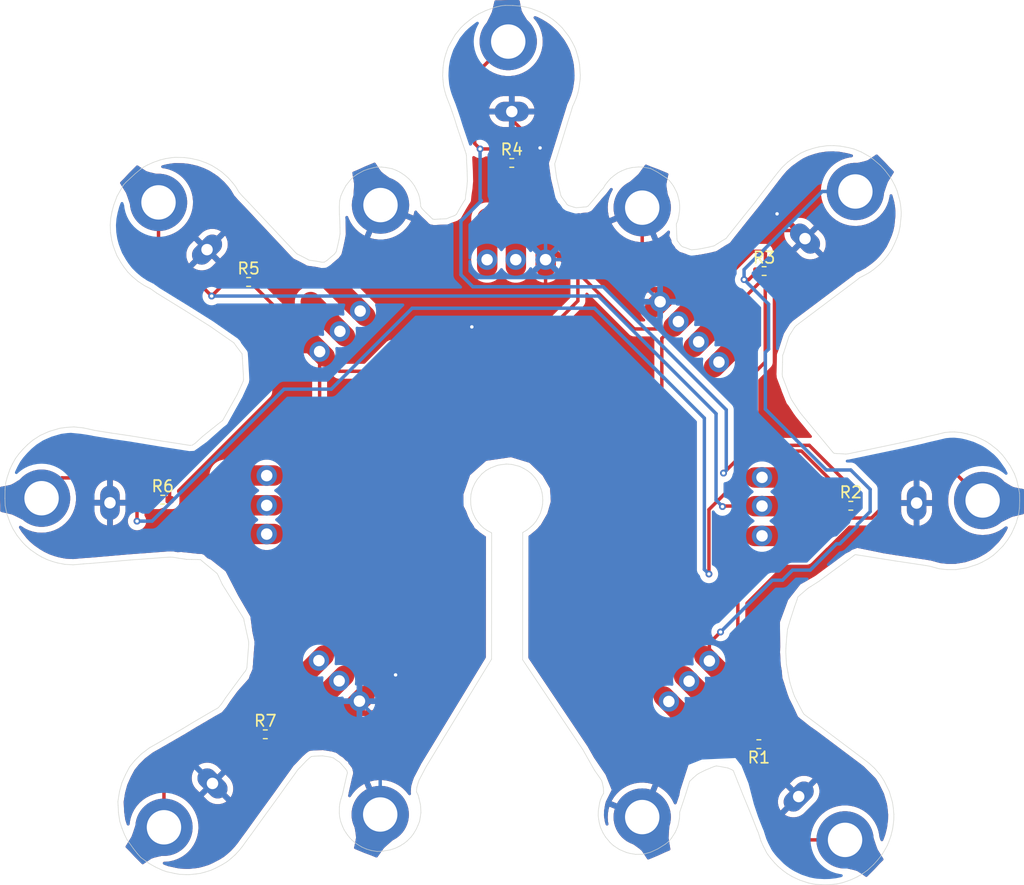
<source format=kicad_pcb>
(kicad_pcb (version 20240108) (generator "pcbnew") (generator_version "8.0")
  (layers (0 "F.Cu" signal) (31 "B.Cu" signal) (34 "B.Paste" user) (35 "F.Paste" user) (36 "B.SilkS" user "B.Silkscreen") (37 "F.SilkS" user "F.Silkscreen") (38 "B.Mask" user) (39 "F.Mask" user) (44 "Edge.Cuts" user))
  (net 0 "")
  (net 1 "/D5")
  (net 2 "/D2")
  (net 4 "+3.3V")
  (net 10 "GND")
  (net 13 "/D8")
  (net 19 "/D4")
  (net 20 "/D3")
  (net 21 "/D6")
  (net 24 "/D7")
  (footprint "Resistor_SMD:R_0402_1005Metric_Pad0.72x0.64mm_HandSolder" (layer "F.Cu") (at 87.8025 62.3)
    (property "Reference" "R5")
    (property "Value" "10M")
  )
  (footprint "rp2040_custom_footprints_rodolfo:mky_mky_complete_GND" (layer "F.Cu") (at 109.653989 83.877665)
    (property "Reference" "GDN_pads1" (hide yes))
    (property "Value" "Conn_01x11_Pin" (hide yes))
  )
  (footprint "rp2040_custom_footprints_rodolfo:mky_mky_boardPads" (layer "F.Cu") (at 110.478901 83.519201)
    (property "Reference" "Conn1" (hide yes))
    (property "Value" "~" (hide yes))
  )
  (footprint "Resistor_SMD:R_0402_1005Metric_Pad0.72x0.64mm_HandSolder" (layer "F.Cu") (at 132.7625 61.35)
    (property "Reference" "R3")
    (property "Value" "10M")
  )
  (footprint "Resistor_SMD:R_0402_1005Metric_Pad0.72x0.64mm_HandSolder" (layer "F.Cu") (at 140.3225 81.82)
    (property "Reference" "R2")
    (property "Value" "10M")
  )
  (footprint "rp2040_custom_footprints_rodolfo:mky_mky_externPads" (layer "F.Cu") (at 108.47 84.41)
    (property "Reference" "TH_externPads1" (hide yes))
    (property "Value" "Conn_01x07_Pin" (hide yes))
  )
  (footprint "Resistor_SMD:R_0402_1005Metric_Pad0.72x0.64mm_HandSolder" (layer "F.Cu") (at 110.7525 51.92)
    (property "Reference" "R4")
    (property "Value" "10M")
  )
  (footprint "Resistor_SMD:R_0402_1005Metric_Pad0.72x0.64mm_HandSolder" (layer "F.Cu") (at 80.3125 81.29)
    (property "Reference" "R6")
    (property "Value" "10M")
  )
  (footprint "Resistor_SMD:R_0402_1005Metric_Pad0.72x0.64mm_HandSolder" (layer "F.Cu") (at 132.3025 102.61 180)
    (property "Reference" "R1")
    (property "Value" "10M")
  )
  (footprint "Resistor_SMD:R_0402_1005Metric_Pad0.72x0.64mm_HandSolder" (layer "F.Cu") (at 89.26 101.75)
    (property "Reference" "R7")
    (property "Value" "10M")
  )
  (gr_line (start 143.51 111.43) (end 143.66 111.06) (stroke (width 0.05)) (layer "Edge.Cuts"))
  (gr_line (start 87.36 70.79) (end 87.34 70.94) (stroke (width 0.05)) (layer "Edge.Cuts"))
  (gr_line (start 80.02 86.36) (end 80.71 86.31) (stroke (width 0.05)) (layer "Edge.Cuts"))
  (gr_line (start 72.57 74.94) (end 71.95 74.98) (stroke (width 0.05)) (layer "Edge.Cuts"))
  (gr_line (start 113.37 82.06) (end 113.25 82.46) (stroke (width 0.05)) (layer "Edge.Cuts"))
  (gr_line (start 151.36 86.93) (end 151.77 86.74) (stroke (width 0.05)) (layer "Edge.Cuts"))
  (gr_line (start 86.27 112.58) (end 86.62 112.27) (stroke (width 0.05)) (layer "Edge.Cuts"))
  (gr_line (start 101.78 53.31) (end 101.47 53.04) (stroke (width 0.05)) (layer "Edge.Cuts"))
  (gr_line (start 140.33 114.44) (end 140.89 114.18) (stroke (width 0.05)) (layer "Edge.Cuts"))
  (gr_line (start 139.39 50.45) (end 138.82 50.41) (stroke (width 0.05)) (layer "Edge.Cuts"))
  (gr_line (start 116.39 42.21) (end 116.32 41.99) (stroke (width 0.05)) (layer "Edge.Cuts"))
  (gr_line (start 140.61 50.71) (end 140.14 50.59) (stroke (width 0.05)) (layer "Edge.Cuts"))
  (gr_line (start 95.77 57.55) (end 95.78 58.1) (stroke (width 0.05)) (layer "Edge.Cuts"))
  (gr_line (start 143.97 110) (end 144.07 109.24) (stroke (width 0.05)) (layer "Edge.Cuts"))
  (gr_line (start 97.29 111.35) (end 97.67 111.58) (stroke (width 0.05)) (layer "Edge.Cuts"))
  (gr_line (start 133.69 112.98) (end 133.99 113.28) (stroke (width 0.05)) (layer "Edge.Cuts"))
  (gr_line (start 115.48 55.4) (end 115.1 54.89) (stroke (width 0.05)) (layer "Edge.Cuts"))
  (gr_line (start 96.91 53.16) (end 96.69 53.39) (stroke (width 0.05)) (layer "Edge.Cuts"))
  (gr_line (start 110.17 38.18) (end 109.8 38.22) (stroke (width 0.05)) (layer "Edge.Cuts"))
  (gr_line (start 139.62 114.69) (end 140.33 114.44) (stroke (width 0.05)) (layer "Edge.Cuts"))
  (gr_line (start 69.63 75.68) (end 68.98 76.1) (stroke (width 0.05)) (layer "Edge.Cuts"))
  (gr_line (start 80.71 86.31) (end 80.98 86.3) (stroke (width 0.05)) (layer "Edge.Cuts"))
  (gr_line (start 136.07 73.91) (end 135.92 73.72) (stroke (width 0.05)) (layer "Edge.Cuts"))
  (gr_line (start 135.5 114.3) (end 135.87 114.47) (stroke (width 0.05)) (layer "Edge.Cuts"))
  (gr_line (start 66.99 78.62) (end 66.75 79.33) (stroke (width 0.05)) (layer "Edge.Cuts"))
  (gr_line (start 131.59 108.67) (end 132.15 110.09) (stroke (width 0.05)) (layer "Edge.Cuts"))
  (gr_line (start 84 113.77) (end 84.51 113.61) (stroke (width 0.05)) (layer "Edge.Cuts"))
  (gr_line (start 144.71 56.57) (end 144.72 56.21) (stroke (width 0.05)) (layer "Edge.Cuts"))
  (gr_line (start 116.37 55.83) (end 116.18 55.78) (stroke (width 0.05)) (layer "Edge.Cuts"))
  (gr_line (start 114.57 51.79) (end 115.08 50.16) (stroke (width 0.05)) (layer "Edge.Cuts"))
  (gr_line (start 116.52 42.65) (end 116.39 42.21) (stroke (width 0.05)) (layer "Edge.Cuts"))
  (gr_line (start 84.91 113.43) (end 85.52 113.11) (stroke (width 0.05)) (layer "Edge.Cuts"))
  (gr_line (start 126.26 105.86) (end 126.56 105.57) (stroke (width 0.05)) (layer "Edge.Cuts"))
  (gr_line (start 109.81 78.24) (end 110.28 78.18) (stroke (width 0.05)) (layer "Edge.Cuts"))
  (gr_line (start 148.95 75.39) (end 148.52 75.43) (stroke (width 0.05)) (layer "Edge.Cuts"))
  (gr_line (start 109.05 38.43) (end 108.51 38.62) (stroke (width 0.05)) (layer "Edge.Cuts"))
  (gr_line (start 86.95 54.46) (end 86.68 54) (stroke (width 0.05)) (layer "Edge.Cuts"))
  (gr_line (start 95.45 104) (end 95.73 104.18) (stroke (width 0.05)) (layer "Edge.Cuts"))
  (gr_line (start 113.71 39) (end 113.21 38.74) (stroke (width 0.05)) (layer "Edge.Cuts"))
  (gr_line (start 77.49 75.72) (end 75.84 75.48) (stroke (width 0.05)) (layer "Edge.Cuts"))
  (gr_line (start 121.26 52.32) (end 121 52.38) (stroke (width 0.05)) (layer "Edge.Cuts"))
  (gr_line (start 82.84 86.5) (end 83.38 86.51) (stroke (width 0.05)) (layer "Edge.Cuts"))
  (gr_line (start 149.47 87.39) (end 150.43 87.23) (stroke (width 0.05)) (layer "Edge.Cuts"))
  (gr_line (start 89.13 108.95) (end 90.44 107.15) (stroke (width 0.05)) (layer "Edge.Cuts"))
  (gr_line (start 93.14 103.79) (end 93.29 103.68) (stroke (width 0.05)) (layer "Edge.Cuts"))
  (gr_line (start 113.21 38.74) (end 112.75 38.57) (stroke (width 0.05)) (layer "Edge.Cuts"))
  (gr_line (start 107.32 80.33) (end 107.53 79.86) (stroke (width 0.05)) (layer "Edge.Cuts"))
  (gr_line (start 142.94 112.37) (end 143.06 112.22) (stroke (width 0.05)) (layer "Edge.Cuts"))
  (gr_line (start 73.39 86.89) (end 73.99 86.85) (stroke (width 0.05)) (layer "Edge.Cuts"))
  (gr_line (start 94.5 103.67) (end 94.94 103.74) (stroke (width 0.05)) (layer "Edge.Cuts"))
  (gr_line (start 141.1 61.92) (end 141.28 61.84) (stroke (width 0.05)) (layer "Edge.Cuts"))
  (gr_line (start 107.81 83.25) (end 107.58 82.91) (stroke (width 0.05)) (layer "Edge.Cuts"))
  (gr_line (start 80.12 102.38) (end 79.15 102.93) (stroke (width 0.05)) (layer "Edge.Cuts"))
  (gr_line (start 95.44 59.67) (end 95.29 59.87) (stroke (width 0.05)) (layer "Edge.Cuts"))
  (gr_line (start 76.45 108.57) (end 76.56 109.33) (stroke (width 0.05)) (layer "Edge.Cuts"))
  (gr_line (start 107.17 81.2) (end 107.2 80.8) (stroke (width 0.05)) (layer "Edge.Cuts"))
  (gr_line (start 85.54 74.38) (end 85.11 74.71) (stroke (width 0.05)) (layer "Edge.Cuts"))
  (gr_line (start 110.28 78.18) (end 110.74 78.21) (stroke (width 0.05)) (layer "Edge.Cuts"))
  (gr_line (start 118.61 107.16) (end 118.48 107.48) (stroke (width 0.05)) (layer "Edge.Cuts"))
  (gr_line (start 114.07 39.22) (end 113.71 39) (stroke (width 0.05)) (layer "Edge.Cuts"))
  (gr_line (start 112.77 79.37) (end 112.97 79.64) (stroke (width 0.05)) (layer "Edge.Cuts"))
  (gr_line (start 93.73 60.49) (end 93.08 60.4) (stroke (width 0.05)) (layer "Edge.Cuts"))
  (gr_line (start 114.51 52.11) (end 114.5 51.98) (stroke (width 0.05)) (layer "Edge.Cuts"))
  (gr_line (start 96.29 53.89) (end 96.03 54.38) (stroke (width 0.05)) (layer "Edge.Cuts"))
  (gr_line (start 82.3 64.82) (end 84.43 66.16) (stroke (width 0.05)) (layer "Edge.Cuts"))
  (gr_line (start 135.41 98.43) (end 135.29 98.11) (stroke (width 0.05)) (layer "Edge.Cuts"))
  (gr_line (start 104.01 56.84) (end 103.84 56.81) (stroke (width 0.05)) (layer "Edge.Cuts"))
  (gr_line (start 116.94 103.07) (end 117.97 104.89) (stroke (width 0.05)) (layer "Edge.Cuts"))
  (gr_line (start 94.97 60.14) (end 94.64 60.42) (stroke (width 0.05)) (layer "Edge.Cuts"))
  (gr_line (start 143.88 59.49) (end 144.15 58.93) (stroke (width 0.05)) (layer "Edge.Cuts"))
  (gr_line (start 73.4 75.03) (end 72.57 74.94) (stroke (width 0.05)) (layer "Edge.Cuts"))
  (gr_line (start 92.29 104.64) (end 92.84 104.06) (stroke (width 0.05)) (layer "Edge.Cuts"))
  (gr_line (start 112.48 79.04) (end 112.77 79.37) (stroke (width 0.05)) (layer "Edge.Cuts"))
  (gr_line (start 103.84 56.81) (end 103.63 56.6) (stroke (width 0.05)) (layer "Edge.Cuts"))
  (gr_line (start 92.1 104.83) (end 92.29 104.64) (stroke (width 0.05)) (layer "Edge.Cuts"))
  (gr_line (start 112.14 78.77) (end 112.48 79.04) (stroke (width 0.05)) (layer "Edge.Cuts"))
  (gr_line (start 108.27 83.74) (end 108.03 83.51) (stroke (width 0.05)) (layer "Edge.Cuts"))
  (gr_line (start 107.84 38.94) (end 107.46 39.17) (stroke (width 0.05)) (layer "Edge.Cuts"))
  (gr_line (start 132.15 110.09) (end 132.25 110.32) (stroke (width 0.05)) (layer "Edge.Cuts"))
  (gr_line (start 125.11 57.42) (end 125.11 57.23) (stroke (width 0.05)) (layer "Edge.Cuts"))
  (gr_line (start 102.81 108.09) (end 102.78 107.85) (stroke (width 0.05)) (layer "Edge.Cuts"))
  (gr_line (start 79.61 76.07) (end 77.49 75.72) (stroke (width 0.05)) (layer "Edge.Cuts"))
  (gr_line (start 136.13 99.83) (end 135.63 98.87) (stroke (width 0.05)) (layer "Edge.Cuts"))
  (gr_line (start 138.73 77.12) (end 136.26 74.14) (stroke (width 0.05)) (layer "Edge.Cuts"))
  (gr_line (start 92.84 104.06) (end 93.14 103.79) (stroke (width 0.05)) (layer "Edge.Cuts"))
  (gr_line (start 105.33 56.67) (end 105.06 56.79) (stroke (width 0.05)) (layer "Edge.Cuts"))
  (gr_line (start 129.35 104.64) (end 129.61 104.69) (stroke (width 0.05)) (layer "Edge.Cuts"))
  (gr_line (start 96.34 105.42) (end 96.06 106.66) (stroke (width 0.05)) (layer "Edge.Cuts"))
  (gr_line (start 79.15 113.03) (end 79.66 113.32) (stroke (width 0.05)) (layer "Edge.Cuts"))
  (gr_line (start 118.89 53.85) (end 118.75 54.1) (stroke (width 0.05)) (layer "Edge.Cuts"))
  (gr_line (start 101.03 52.74) (end 100.71 52.58) (stroke (width 0.05)) (layer "Edge.Cuts"))
  (gr_line (start 91.13 106.18) (end 91.86 105.17) (stroke (width 0.05)) (layer "Edge.Cuts"))
  (gr_line (start 76.42 107.95) (end 76.45 108.57) (stroke (width 0.05)) (layer "Edge.Cuts"))
  (gr_line (start 119.7 53) (end 119.36 53.28) (stroke (width 0.05)) (layer "Edge.Cuts"))
  (gr_line (start 128.11 104.68) (end 128.41 104.56) (stroke (width 0.05)) (layer "Edge.Cuts"))
  (gr_line (start 142.39 104.71) (end 141.92 104.28) (stroke (width 0.05)) (layer "Edge.Cuts"))
  (gr_line (start 124.68 110.81) (end 124.99 110.33) (stroke (width 0.05)) (layer "Edge.Cuts"))
  (gr_line (start 101.37 111.26) (end 101.63 111.05) (stroke (width 0.05)) (layer "Edge.Cuts"))
  (gr_line (start 108.51 78.74) (end 108.91 78.52) (stroke (width 0.05)) (layer "Edge.Cuts"))
  (gr_line (start 76.54 106.75) (end 76.4 107.63) (stroke (width 0.05)) (layer "Edge.Cuts"))
  (gr_line (start 80.58 51.54) (end 80.09 51.66) (stroke (width 0.05)) (layer "Edge.Cuts"))
  (gr_line (start 116.72 44.6) (end 116.73 44.27) (stroke (width 0.05)) (layer "Edge.Cuts"))
  (gr_line (start 106.32 40.12) (end 106.06 40.44) (stroke (width 0.05)) (layer "Edge.Cuts"))
  (gr_line (start 142.28 61.24) (end 142.75 60.85) (stroke (width 0.05)) (layer "Edge.Cuts"))
  (gr_line (start 102.73 55.03) (end 102.63 54.65) (stroke (width 0.05)) (layer "Edge.Cuts"))
  (gr_line (start 152.32 86.44) (end 152.77 86.12) (stroke (width 0.05)) (layer "Edge.Cuts"))
  (gr_line (start 125.16 58.55) (end 125.11 57.42) (stroke (width 0.05)) (layer "Edge.Cuts"))
  (gr_line (start 84.43 66.16) (end 86.53 67.62) (stroke (width 0.05)) (layer "Edge.Cuts"))
  (gr_line (start 135.41 90.63) (end 135.63 90.03) (stroke (width 0.05)) (layer "Edge.Cuts"))
  (gr_line (start 135.4 66.28) (end 135.58 66.09) (stroke (width 0.05)) (layer "Edge.Cuts"))
  (gr_line (start 131.98 55.33) (end 130.98 56.57) (stroke (width 0.05)) (layer "Edge.Cuts"))
  (gr_line (start 107.1 39.44) (end 106.67 39.79) (stroke (width 0.05)) (layer "Edge.Cuts"))
  (gr_line (start 137.99 114.88) (end 138.49 114.87) (stroke (width 0.05)) (layer "Edge.Cuts"))
  (gr_line (start 154.74 83.34) (end 154.86 82.91) (stroke (width 0.05)) (layer "Edge.Cuts"))
  (gr_line (start 116.22 41.76) (end 116.04 41.41) (stroke (width 0.05)) (layer "Edge.Cuts"))
  (gr_line (start 136.45 50.84) (end 135.94 51.07) (stroke (width 0.05)) (layer "Edge.Cuts"))
  (gr_line (start 71.12 86.8) (end 71.78 86.93) (stroke (width 0.05)) (layer "Edge.Cuts"))
  (gr_line (start 87.26 68.97) (end 87.34 70.35) (stroke (width 0.05)) (layer "Edge.Cuts"))
  (gr_line (start 116.59 45.52) (end 116.67 45.01) (stroke (width 0.05)) (layer "Edge.Cuts"))
  (gr_line (start 143.82 110.61) (end 143.97 110) (stroke (width 0.05)) (layer "Edge.Cuts"))
  (gr_line (start 124.37 53.33) (end 124.29 53.26) (stroke (width 0.05)) (layer "Edge.Cuts"))
  (gr_line (start 137.03 50.65) (end 136.45 50.84) (stroke (width 0.05)) (layer "Edge.Cuts"))
  (gr_line (start 105.4 41.47) (end 105.21 41.82) (stroke (width 0.05)) (layer "Edge.Cuts"))
  (gr_line (start 135.02 97.26) (end 134.96 96.97) (stroke (width 0.05)) (layer "Edge.Cuts"))
  (gr_line (start 68.98 76.1) (end 68.53 76.48) (stroke (width 0.05)) (layer "Edge.Cuts"))
  (gr_line (start 126.44 59.5) (end 126.3 59.46) (stroke (width 0.05)) (layer "Edge.Cuts"))
  (gr_line (start 141.32 103.82) (end 136.25 100.01) (stroke (width 0.05)) (layer "Edge.Cuts"))
  (gr_line (start 125.38 109.08) (end 125.4 108.75) (stroke (width 0.05)) (layer "Edge.Cuts"))
  (gr_line (start 110.74 78.21) (end 111.42 78.38) (stroke (width 0.05)) (layer "Edge.Cuts"))
  (gr_line (start 102.63 54.65) (end 102.47 54.31) (stroke (width 0.05)) (layer "Edge.Cuts"))
  (gr_line (start 87.41 91.87) (end 87.81 93.69) (stroke (width 0.05)) (layer "Edge.Cuts"))
  (gr_line (start 152.5 76.46) (end 152.12 76.21) (stroke (width 0.05)) (layer "Edge.Cuts"))
  (gr_line (start 108.99 95.2) (end 109 84.19) (stroke (width 0.05)) (layer "Edge.Cuts"))
  (gr_line (start 95.72 56.39) (end 95.75 56.86) (stroke (width 0.05)) (layer "Edge.Cuts"))
  (gr_line (start 103.63 56.6) (end 103.28 56.27) (stroke (width 0.05)) (layer "Edge.Cuts"))
  (gr_line (start 102.27 53.92) (end 102.02 53.57) (stroke (width 0.05)) (layer "Edge.Cuts"))
  (gr_line (start 79.66 113.32) (end 80.27 113.6) (stroke (width 0.05)) (layer "Edge.Cuts"))
  (gr_line (start 96.42 110.52) (end 96.62 110.77) (stroke (width 0.05)) (layer "Edge.Cuts"))
  (gr_line (start 82.66 76.55) (end 82.34 76.5) (stroke (width 0.05)) (layer "Edge.Cuts"))
  (gr_line (start 93.55 103.66) (end 93.94 103.64) (stroke (width 0.05)) (layer "Edge.Cuts"))
  (gr_line (start 153.74 77.64) (end 153.51 77.35) (stroke (width 0.05)) (layer "Edge.Cuts"))
  (gr_line (start 97.25 52.92) (end 96.91 53.16) (stroke (width 0.05)) (layer "Edge.Cuts"))
  (gr_line (start 87.81 93.69) (end 87.81 93.91) (stroke (width 0.05)) (layer "Edge.Cuts"))
  (gr_line (start 144.15 58.93) (end 144.36 58.44) (stroke (width 0.05)) (layer "Edge.Cuts"))
  (gr_line (start 95.73 104.18) (end 95.91 104.37) (stroke (width 0.05)) (layer "Edge.Cuts"))
  (gr_line (start 134.78 71.65) (end 134.36 70.55) (stroke (width 0.05)) (layer "Edge.Cuts"))
  (gr_line (start 74.36 75.24) (end 73.4 75.03) (stroke (width 0.05)) (layer "Edge.Cuts"))
  (gr_line (start 111.71 84.15) (end 111.7 95.25) (stroke (width 0.05)) (layer "Edge.Cuts"))
  (gr_line (start 134.38 68.7) (end 134.48 68.44) (stroke (width 0.05)) (layer "Edge.Cuts"))
  (gr_line (start 76.96 110.46) (end 77.21 110.97) (stroke (width 0.05)) (layer "Edge.Cuts"))
  (gr_line (start 104.83 43.11) (end 104.78 43.42) (stroke (width 0.05)) (layer "Edge.Cuts"))
  (gr_line (start 66.61 79.85) (end 66.58 80.14) (stroke (width 0.05)) (layer "Edge.Cuts"))
  (gr_line (start 136.25 100.01) (end 136.13 99.83) (stroke (width 0.05)) (layer "Edge.Cuts"))
  (gr_line (start 108.03 83.51) (end 107.81 83.25) (stroke (width 0.05)) (layer "Edge.Cuts"))
  (gr_line (start 124.99 110.33) (end 125.07 110.16) (stroke (width 0.05)) (layer "Edge.Cuts"))
  (gr_line (start 71.34 75.06) (end 70.42 75.33) (stroke (width 0.05)) (layer "Edge.Cuts"))
  (gr_line (start 135.52 51.34) (end 134.84 51.83) (stroke (width 0.05)) (layer "Edge.Cuts"))
  (gr_line (start 143.96 107.7) (end 143.68 106.74) (stroke (width 0.05)) (layer "Edge.Cuts"))
  (gr_line (start 98.98 52.28) (end 98.72 52.33) (stroke (width 0.05)) (layer "Edge.Cuts"))
  (gr_line (start 143.24 105.84) (end 142.93 105.34) (stroke (width 0.05)) (layer "Edge.Cuts"))
  (gr_line (start 136.93 114.78) (end 137.29 114.84) (stroke (width 0.05)) (layer "Edge.Cuts"))
  (gr_line (start 116.59 42.93) (end 116.52 42.65) (stroke (width 0.05)) (layer "Edge.Cuts"))
  (gr_line (start 70.24 86.52) (end 70.73 86.69) (stroke (width 0.05)) (layer "Edge.Cuts"))
  (gr_line (start 124.85 53.93) (end 124.69 53.7) (stroke (width 0.05)) (layer "Edge.Cuts"))
  (gr_line (start 155.04 80.74) (end 154.92 80.14) (stroke (width 0.05)) (layer "Edge.Cuts"))
  (gr_line (start 125.42 59.01) (end 125.26 58.8) (stroke (width 0.05)) (layer "Edge.Cuts"))
  (gr_line (start 81.76 113.96) (end 82.35 113.99) (stroke (width 0.05)) (layer "Edge.Cuts"))
  (gr_line (start 88 110.52) (end 89.13 108.95) (stroke (width 0.05)) (layer "Edge.Cuts"))
  (gr_line (start 106.88 53.5) (end 106.83 54.09) (stroke (width 0.05)) (layer "Edge.Cuts"))
  (gr_line (start 116.32 41.99) (end 116.22 41.76) (stroke (width 0.05)) (layer "Edge.Cuts"))
  (gr_line (start 130.89 106.97) (end 131.59 108.67) (stroke (width 0.05)) (layer "Edge.Cuts"))
  (gr_line (start 84.51 113.61) (end 84.91 113.43) (stroke (width 0.05)) (layer "Edge.Cuts"))
  (gr_line (start 135.05 66.84) (end 135.4 66.28) (stroke (width 0.05)) (layer "Edge.Cuts"))
  (gr_line (start 112.07 83.94) (end 111.71 84.15) (stroke (width 0.05)) (layer "Edge.Cuts"))
  (gr_line (start 119.36 53.28) (end 119.1 53.58) (stroke (width 0.05)) (layer "Edge.Cuts"))
  (gr_line (start 114.92 39.91) (end 114.65 39.66) (stroke (width 0.05)) (layer "Edge.Cuts"))
  (gr_line (start 76.04 55.59) (end 75.89 56.15) (stroke (width 0.05)) (layer "Edge.Cuts"))
  (gr_line (start 149.36 75.38) (end 148.95 75.39) (stroke (width 0.05)) (layer "Edge.Cuts"))
  (gr_line (start 122.84 112.04) (end 123.49 111.74) (stroke (width 0.05)) (layer "Edge.Cuts"))
  (gr_line (start 93.94 103.64) (end 94.25 103.63) (stroke (width 0.05)) (layer "Edge.Cuts"))
  (gr_line (start 101.02 111.48) (end 101.11 111.42) (stroke (width 0.05)) (layer "Edge.Cuts"))
  (gr_line (start 87.81 93.91) (end 87.65 95.96) (stroke (width 0.05)) (layer "Edge.Cuts"))
  (gr_line (start 85.8 98.56) (end 85.45 99.09) (stroke (width 0.05)) (layer "Edge.Cuts"))
  (gr_line (start 96.31 110.36) (end 96.42 110.52) (stroke (width 0.05)) (layer "Edge.Cuts"))
  (gr_line (start 95.75 107.85) (end 95.72 108.09) (stroke (width 0.05)) (layer "Edge.Cuts"))
  (gr_line (start 94.41 60.57) (end 94.2 60.58) (stroke (width 0.05)) (layer "Edge.Cuts"))
  (gr_line (start 95.99 109.77) (end 96.13 110.08) (stroke (width 0.05)) (layer "Edge.Cuts"))
  (gr_line (start 116.67 43.34) (end 116.59 42.93) (stroke (width 0.05)) (layer "Edge.Cuts"))
  (gr_line (start 102.78 107.85) (end 102.66 107.33) (stroke (width 0.05)) (layer "Edge.Cuts"))
  (gr_line (start 143.35 111.73) (end 143.51 111.43) (stroke (width 0.05)) (layer "Edge.Cuts"))
  (gr_line (start 87.54 96.22) (end 87.4 96.38) (stroke (width 0.05)) (layer "Edge.Cuts"))
  (gr_line (start 85.94 112.85) (end 86.27 112.58) (stroke (width 0.05)) (layer "Edge.Cuts"))
  (gr_line (start 133.96 52.75) (end 133.66 53.13) (stroke (width 0.05)) (layer "Edge.Cuts"))
  (gr_line (start 132.41 110.82) (end 132.49 111.07) (stroke (width 0.05)) (layer "Edge.Cuts"))
  (gr_line (start 101.96 110.72) (end 102.18 110.43) (stroke (width 0.05)) (layer "Edge.Cuts"))
  (gr_line (start 99.01 111.97) (end 99.52 111.94) (stroke (width 0.05)) (layer "Edge.Cuts"))
  (gr_line (start 96.42 105.12) (end 96.34 105.42) (stroke (width 0.05)) (layer "Edge.Cuts"))
  (gr_line (start 130.48 105.94) (end 130.89 106.97) (stroke (width 0.05)) (layer "Edge.Cuts"))
  (gr_line (start 142.88 60.74) (end 143.24 60.36) (stroke (width 0.05)) (layer "Edge.Cuts"))
  (gr_line (start 133.32 112.55) (end 133.69 112.98) (stroke (width 0.05)) (layer "Edge.Cuts"))
  (gr_line (start 114.37 39.43) (end 114.07 39.22) (stroke (width 0.05)) (layer "Edge.Cuts"))
  (gr_line (start 102.18 110.43) (end 102.43 110.01) (stroke (width 0.05)) (layer "Edge.Cuts"))
  (gr_line (start 87.34 70.94) (end 87.19 71.28) (stroke (width 0.05)) (layer "Edge.Cuts"))
  (gr_line (start 95.75 56.86) (end 95.77 57.55) (stroke (width 0.05)) (layer "Edge.Cuts"))
  (gr_line (start 83.22 113.93) (end 83.58 113.88) (stroke (width 0.05)) (layer "Edge.Cuts"))
  (gr_line (start 126.56 105.57) (end 126.89 105.28) (stroke (width 0.05)) (layer "Edge.Cuts"))
  (gr_line (start 106.56 55.31) (end 106.3 55.74) (stroke (width 0.05)) (layer "Edge.Cuts"))
  (gr_line (start 121.55 112.22) (end 122.16 112.21) (stroke (width 0.05)) (layer "Edge.Cuts"))
  (gr_line (start 134.66 94.26) (end 134.68 93.91) (stroke (width 0.05)) (layer "Edge.Cuts"))
  (gr_line (start 95.84 109.38) (end 95.99 109.77) (stroke (width 0.05)) (layer "Edge.Cuts"))
  (gr_line (start 76.62 54.31) (end 76.33 54.82) (stroke (width 0.05)) (layer "Edge.Cuts"))
  (gr_line (start 105.21 41.82) (end 105.12 42.07) (stroke (width 0.05)) (layer "Edge.Cuts"))
  (gr_line (start 124.52 53.49) (end 124.37 53.33) (stroke (width 0.05)) (layer "Edge.Cuts"))
  (gr_line (start 106.77 51.12) (end 106.8 51.29) (stroke (width 0.05)) (layer "Edge.Cuts"))
  (gr_line (start 77.91 52.86) (end 77.09 53.62) (stroke (width 0.05)) (layer "Edge.Cuts"))
  (gr_line (start 128.4 59.15) (end 127.95 59.26) (stroke (width 0.05)) (layer "Edge.Cuts"))
  (gr_line (start 86.03 53.22) (end 85.49 52.73) (stroke (width 0.05)) (layer "Edge.Cuts"))
  (gr_line (start 134.65 94.58) (end 134.66 94.26) (stroke (width 0.05)) (layer "Edge.Cuts"))
  (gr_line (start 102.93 55.91) (end 102.81 55.71) (stroke (width 0.05)) (layer "Edge.Cuts"))
  (gr_line (start 118.39 109.51) (end 118.5 109.89) (stroke (width 0.05)) (layer "Edge.Cuts"))
  (gr_line (start 95.86 107.38) (end 95.79 107.63) (stroke (width 0.05)) (layer "Edge.Cuts"))
  (gr_line (start 134.8 92.61) (end 135.06 91.72) (stroke (width 0.05)) (layer "Edge.Cuts"))
  (gr_line (start 95.78 58.1) (end 95.69 58.59) (stroke (width 0.05)) (layer "Edge.Cuts"))
  (gr_line (start 113.06 82.85) (end 112.85 83.2) (stroke (width 0.05)) (layer "Edge.Cuts"))
  (gr_line (start 87.38 91.68) (end 87.41 91.87) (stroke (width 0.05)) (layer "Edge.Cuts"))
  (gr_line (start 118.76 106.73) (end 118.76 106.9) (stroke (width 0.05)) (layer "Edge.Cuts"))
  (gr_line (start 95.92 107.2) (end 95.86 107.38) (stroke (width 0.05)) (layer "Edge.Cuts"))
  (gr_line (start 91.86 105.17) (end 92.1 104.83) (stroke (width 0.05)) (layer "Edge.Cuts"))
  (gr_line (start 97 111.14) (end 97.29 111.35) (stroke (width 0.05)) (layer "Edge.Cuts"))
  (gr_line (start 78.96 52.11) (end 78.63 52.29) (stroke (width 0.05)) (layer "Edge.Cuts"))
  (gr_line (start 126.89 105.28) (end 127.07 105.16) (stroke (width 0.05)) (layer "Edge.Cuts"))
  (gr_line (start 100.59 111.69) (end 101.02 111.48) (stroke (width 0.05)) (layer "Edge.Cuts"))
  (gr_line (start 95.71 55.77) (end 95.72 56.39) (stroke (width 0.05)) (layer "Edge.Cuts"))
  (gr_line (start 95.91 104.37) (end 96.24 104.75) (stroke (width 0.05)) (layer "Edge.Cuts"))
  (gr_line (start 77.75 111.71) (end 78.12 112.18) (stroke (width 0.05)) (layer "Edge.Cuts"))
  (gr_line (start 154.92 80.14) (end 154.79 79.56) (stroke (width 0.05)) (layer "Edge.Cuts"))
  (gr_line (start 80.98 86.3) (end 81.22 86.31) (stroke (width 0.05)) (layer "Edge.Cuts"))
  (gr_line (start 138.82 50.41) (end 138.24 50.42) (stroke (width 0.05)) (layer "Edge.Cuts"))
  (gr_line (start 76.76 109.95) (end 76.96 110.46) (stroke (width 0.05)) (layer "Edge.Cuts"))
  (gr_line (start 125.4 55.62) (end 125.35 55.22) (stroke (width 0.05)) (layer "Edge.Cuts"))
  (gr_line (start 83.75 86.65) (end 85.06 87.73) (stroke (width 0.05)) (layer "Edge.Cuts"))
  (gr_line (start 77.87 104.04) (end 77.43 104.58) (stroke (width 0.05)) (layer "Edge.Cuts"))
  (gr_line (start 115.1 54.89) (end 115.04 54.78) (stroke (width 0.05)) (layer "Edge.Cuts"))
  (gr_line (start 105.02 46.03) (end 105.13 46.33) (stroke (width 0.05)) (layer "Edge.Cuts"))
  (gr_line (start 114.5 51.98) (end 114.57 51.79) (stroke (width 0.05)) (layer "Edge.Cuts"))
  (gr_line (start 128.41 104.56) (end 128.59 104.51) (stroke (width 0.05)) (layer "Edge.Cuts"))
  (gr_line (start 85.76 89.08) (end 87.25 91.46) (stroke (width 0.05)) (layer "Edge.Cuts"))
  (gr_line (start 91.88 59.72) (end 90.52 58.27) (stroke (width 0.05)) (layer "Edge.Cuts"))
  (gr_line (start 87.65 95.96) (end 87.54 96.22) (stroke (width 0.05)) (layer "Edge.Cuts"))
  (gr_line (start 126.64 59.48) (end 126.44 59.5) (stroke (width 0.05)) (layer "Edge.Cuts"))
  (gr_line (start 144.61 76.34) (end 140.08 77.29) (stroke (width 0.05)) (layer "Edge.Cuts"))
  (gr_line (start 92.03 59.86) (end 91.88 59.72) (stroke (width 0.05)) (layer "Edge.Cuts"))
  (gr_line (start 77.66 61.83) (end 78.17 62.26) (stroke (width 0.05)) (layer "Edge.Cuts"))
  (gr_line (start 116.2 46.69) (end 116.4 46.2) (stroke (width 0.05)) (layer "Edge.Cuts"))
  (gr_line (start 141.78 113.6) (end 142.3 113.12) (stroke (width 0.05)) (layer "Edge.Cuts"))
  (gr_line (start 102.59 105.98) (end 102.68 105.73) (stroke (width 0.05)) (layer "Edge.Cuts"))
  (gr_line (start 118.75 54.1) (end 118.55 54.31) (stroke (width 0.05)) (layer "Edge.Cuts"))
  (gr_line (start 68.53 76.48) (end 68.12 76.89) (stroke (width 0.05)) (layer "Edge.Cuts"))
  (gr_line (start 134.77 113.9) (end 135.19 114.15) (stroke (width 0.05)) (layer "Edge.Cuts"))
  (gr_line (start 83.62 86.52) (end 83.75 86.65) (stroke (width 0.05)) (layer "Edge.Cuts"))
  (gr_line (start 85.11 74.71) (end 83.8 75.76) (stroke (width 0.05)) (layer "Edge.Cuts"))
  (gr_line (start 97.83 52.6) (end 97.25 52.92) (stroke (width 0.05)) (layer "Edge.Cuts"))
  (gr_line (start 76.68 60.63) (end 76.92 60.99) (stroke (width 0.05)) (layer "Edge.Cuts"))
  (gr_line (start 146.48 75.92) (end 144.61 76.34) (stroke (width 0.05)) (layer "Edge.Cuts"))
  (gr_line (start 67.76 77.3) (end 67.48 77.68) (stroke (width 0.05)) (layer "Edge.Cuts"))
  (gr_line (start 154.34 84.24) (end 154.56 83.76) (stroke (width 0.05)) (layer "Edge.Cuts"))
  (gr_line (start 100.31 52.42) (end 99.77 52.32) (stroke (width 0.05)) (layer "Edge.Cuts"))
  (gr_line (start 101.47 53.04) (end 101.03 52.74) (stroke (width 0.05)) (layer "Edge.Cuts"))
  (gr_line (start 106.7 55.1) (end 106.56 55.31) (stroke (width 0.05)) (layer "Edge.Cuts"))
  (gr_line (start 77.27 61.44) (end 77.66 61.83) (stroke (width 0.05)) (layer "Edge.Cuts"))
  (gr_line (start 154.95 82.62) (end 155.03 82.02) (stroke (width 0.05)) (layer "Edge.Cuts"))
  (gr_line (start 111.67 38.27) (end 111.46 38.24) (stroke (width 0.05)) (layer "Edge.Cuts"))
  (gr_line (start 81.36 113.89) (end 81.76 113.96) (stroke (width 0.05)) (layer "Edge.Cuts"))
  (gr_line (start 72.51 86.97) (end 73.39 86.89) (stroke (width 0.05)) (layer "Edge.Cuts"))
  (gr_line (start 85.49 52.73) (end 85.09 52.45) (stroke (width 0.05)) (layer "Edge.Cuts"))
  (gr_line (start 100.71 52.58) (end 100.31 52.42) (stroke (width 0.05)) (layer "Edge.Cuts"))
  (gr_line (start 122.87 52.41) (end 122.17 52.28) (stroke (width 0.05)) (layer "Edge.Cuts"))
  (gr_line (start 105.98 48.78) (end 106.53 50.41) (stroke (width 0.05)) (layer "Edge.Cuts"))
  (gr_line (start 77.47 86.55) (end 80.02 86.36) (stroke (width 0.05)) (layer "Edge.Cuts"))
  (gr_line (start 130.11 105.01) (end 130.48 105.94) (stroke (width 0.05)) (layer "Edge.Cuts"))
  (gr_line (start 141.25 50.97) (end 140.61 50.71) (stroke (width 0.05)) (layer "Edge.Cuts"))
  (gr_line (start 104.78 43.42) (end 104.76 43.63) (stroke (width 0.05)) (layer "Edge.Cuts"))
  (gr_line (start 139.32 87.1) (end 140.01 86.59) (stroke (width 0.05)) (layer "Edge.Cuts"))
  (gr_line (start 86.68 54) (end 86.41 53.65) (stroke (width 0.05)) (layer "Edge.Cuts"))
  (gr_line (start 134.35 70.05) (end 134.37 69.31) (stroke (width 0.05)) (layer "Edge.Cuts"))
  (gr_line (start 119.33 111.19) (end 119.61 111.45) (stroke (width 0.05)) (layer "Edge.Cuts"))
  (gr_line (start 95.58 59.1) (end 95.44 59.67) (stroke (width 0.05)) (layer "Edge.Cuts"))
  (gr_line (start 120.01 52.78) (end 119.7 53) (stroke (width 0.05)) (layer "Edge.Cuts"))
  (gr_line (start 82.63 113.99) (end 83.22 113.93) (stroke (width 0.05)) (layer "Edge.Cuts"))
  (gr_line (start 69.38 86.07) (end 69.74 86.28) (stroke (width 0.05)) (layer "Edge.Cuts"))
  (gr_line (start 115.59 48.51) (end 115.9 47.52) (stroke (width 0.05)) (layer "Edge.Cuts"))
  (gr_line (start 76.89 53.84) (end 76.62 54.31) (stroke (width 0.05)) (layer "Edge.Cuts"))
  (gr_line (start 139.63 77.29) (end 139.09 77.27) (stroke (width 0.05)) (layer "Edge.Cuts"))
  (gr_line (start 118.3 108.41) (end 118.29 108.85) (stroke (width 0.05)) (layer "Edge.Cuts"))
  (gr_line (start 78.86 112.83) (end 79.15 113.03) (stroke (width 0.05)) (layer "Edge.Cuts"))
  (gr_line (start 108.51 38.62) (end 107.84 38.94) (stroke (width 0.05)) (layer "Edge.Cuts"))
  (gr_line (start 134.39 113.62) (end 134.77 113.9) (stroke (width 0.05)) (layer "Edge.Cuts"))
  (gr_line (start 96.06 106.66) (end 96 106.96) (stroke (width 0.05)) (layer "Edge.Cuts"))
  (gr_line (start 144.07 109.24) (end 144.08 108.73) (stroke (width 0.05)) (layer "Edge.Cuts"))
  (gr_line (start 104.73 44.33) (end 104.75 44.64) (stroke (width 0.05)) (layer "Edge.Cuts"))
  (gr_line (start 129.61 58.29) (end 129.45 58.5) (stroke (width 0.05)) (layer "Edge.Cuts"))
  (gr_line (start 129.45 58.5) (end 129.11 58.7) (stroke (width 0.05)) (layer "Edge.Cuts"))
  (gr_line (start 125.21 109.84) (end 125.27 109.64) (stroke (width 0.05)) (layer "Edge.Cuts"))
  (gr_line (start 107.75 79.51) (end 108.13 79.05) (stroke (width 0.05)) (layer "Edge.Cuts"))
  (gr_line (start 104.74 44) (end 104.73 44.33) (stroke (width 0.05)) (layer "Edge.Cuts"))
  (gr_line (start 82.74 51.52) (end 82.18 51.45) (stroke (width 0.05)) (layer "Edge.Cuts"))
  (gr_line (start 154.22 78.32) (end 153.74 77.64) (stroke (width 0.05)) (layer "Edge.Cuts"))
  (gr_line (start 151.22 75.78) (end 150.5 75.56) (stroke (width 0.05)) (layer "Edge.Cuts"))
  (gr_line (start 140.01 86.59) (end 140.55 86.19) (stroke (width 0.05)) (layer "Edge.Cuts"))
  (gr_line (start 116.67 45.01) (end 116.72 44.6) (stroke (width 0.05)) (layer "Edge.Cuts"))
  (gr_line (start 103.28 56.27) (end 102.93 55.91) (stroke (width 0.05)) (layer "Edge.Cuts"))
  (gr_line (start 108.91 78.52) (end 109.5 78.29) (stroke (width 0.05)) (layer "Edge.Cuts"))
  (gr_line (start 69.74 86.28) (end 70.24 86.52) (stroke (width 0.05)) (layer "Edge.Cuts"))
  (gr_line (start 154.86 82.91) (end 154.95 82.62) (stroke (width 0.05)) (layer "Edge.Cuts"))
  (gr_line (start 146.86 87.03) (end 147.2 87.09) (stroke (width 0.05)) (layer "Edge.Cuts"))
  (gr_line (start 109.8 38.22) (end 109.42 38.31) (stroke (width 0.05)) (layer "Edge.Cuts"))
  (gr_line (start 107.58 82.91) (end 107.39 82.52) (stroke (width 0.05)) (layer "Edge.Cuts"))
  (gr_line (start 143.89 53.38) (end 143.79 53.21) (stroke (width 0.05)) (layer "Edge.Cuts"))
  (gr_line (start 143.56 59.96) (end 143.88 59.49) (stroke (width 0.05)) (layer "Edge.Cuts"))
  (gr_line (start 82.25 86.47) (end 82.39 86.5) (stroke (width 0.05)) (layer "Edge.Cuts"))
  (gr_line (start 116.18 55.78) (end 115.7 55.63) (stroke (width 0.05)) (layer "Edge.Cuts"))
  (gr_line (start 139.88 77.31) (end 139.63 77.29) (stroke (width 0.05)) (layer "Edge.Cuts"))
  (gr_line (start 102.445 106.77) (end 102.475 106.37) (stroke (width 0.05)) (layer "Edge.Cuts"))
  (gr_line (start 116.02 47.13) (end 116.06 46.99) (stroke (width 0.05)) (layer "Edge.Cuts"))
  (gr_line (start 112.47 83.61) (end 112.07 83.94) (stroke (width 0.05)) (layer "Edge.Cuts"))
  (gr_line (start 118.74 106.4) (end 118.76 106.73) (stroke (width 0.05)) (layer "Edge.Cuts"))
  (gr_line (start 111.7 95.25) (end 116.94 103.07) (stroke (width 0.05)) (layer "Edge.Cuts"))
  (gr_line (start 143.28 52.54) (end 142.93 52.16) (stroke (width 0.05)) (layer "Edge.Cuts"))
  (gr_line (start 153.13 76.96) (end 152.5 76.46) (stroke (width 0.05)) (layer "Edge.Cuts"))
  (gr_line (start 114.68 53.29) (end 114.64 53.05) (stroke (width 0.05)) (layer "Edge.Cuts"))
  (gr_line (start 117 55.77) (end 116.37 55.83) (stroke (width 0.05)) (layer "Edge.Cuts"))
  (gr_line (start 116.73 44.27) (end 116.67 43.34) (stroke (width 0.05)) (layer "Edge.Cuts"))
  (gr_line (start 115.66 40.79) (end 115.16 40.15) (stroke (width 0.05)) (layer "Edge.Cuts"))
  (gr_line (start 107.53 79.86) (end 107.75 79.51) (stroke (width 0.05)) (layer "Edge.Cuts"))
  (gr_line (start 98.23 52.46) (end 97.83 52.6) (stroke (width 0.05)) (layer "Edge.Cuts"))
  (gr_line (start 134.71 95.66) (end 134.65 94.58) (stroke (width 0.05)) (layer "Edge.Cuts"))
  (gr_line (start 147.2 87.09) (end 148.01 87.31) (stroke (width 0.05)) (layer "Edge.Cuts"))
  (gr_line (start 116.52 45.81) (end 116.59 45.52) (stroke (width 0.05)) (layer "Edge.Cuts"))
  (gr_line (start 152.12 76.21) (end 151.81 76.05) (stroke (width 0.05)) (layer "Edge.Cuts"))
  (gr_line (start 87.25 54.8) (end 86.95 54.46) (stroke (width 0.05)) (layer "Edge.Cuts"))
  (gr_line (start 76.31 59.99) (end 76.68 60.63) (stroke (width 0.05)) (layer "Edge.Cuts"))
  (gr_line (start 134.94 67.02) (end 135.05 66.84) (stroke (width 0.05)) (layer "Edge.Cuts"))
  (gr_line (start 95.79 107.63) (end 95.75 107.85) (stroke (width 0.05)) (layer "Edge.Cuts"))
  (gr_line (start 78.39 52.46) (end 77.91 52.86) (stroke (width 0.05)) (layer "Edge.Cuts"))
  (gr_line (start 135.16 97.71) (end 135.02 97.26) (stroke (width 0.05)) (layer "Edge.Cuts"))
  (gr_line (start 87.34 70.35) (end 87.36 70.79) (stroke (width 0.05)) (layer "Edge.Cuts"))
  (gr_line (start 96.62 110.77) (end 96.81 110.97) (stroke (width 0.05)) (layer "Edge.Cuts"))
  (gr_line (start 106.74 54.7) (end 106.7 55.1) (stroke (width 0.05)) (layer "Edge.Cuts"))
  (gr_line (start 134.36 70.55) (end 134.34 70.33) (stroke (width 0.05)) (layer "Edge.Cuts"))
  (gr_line (start 142.3 113.12) (end 142.67 112.71) (stroke (width 0.05)) (layer "Edge.Cuts"))
  (gr_line (start 150.5 75.56) (end 149.96 75.44) (stroke (width 0.05)) (layer "Edge.Cuts"))
  (gr_line (start 130.98 56.57) (end 129.61 58.29) (stroke (width 0.05)) (layer "Edge.Cuts"))
  (gr_line (start 68.8 85.67) (end 69.38 86.07) (stroke (width 0.05)) (layer "Edge.Cuts"))
  (gr_line (start 118.41 107.74) (end 118.3 108.41) (stroke (width 0.05)) (layer "Edge.Cuts"))
  (gr_line (start 85.15 99.44) (end 84.7 99.69) (stroke (width 0.05)) (layer "Edge.Cuts"))
  (gr_line (start 106.67 39.79) (end 106.32 40.12) (stroke (width 0.05)) (layer "Edge.Cuts"))
  (gr_line (start 125.89 59.31) (end 125.64 59.23) (stroke (width 0.05)) (layer "Edge.Cuts"))
  (gr_line (start 83.8 75.76) (end 83.15 76.36) (stroke (width 0.05)) (layer "Edge.Cuts"))
  (gr_line (start 121 52.38) (end 120.76 52.44) (stroke (width 0.05)) (layer "Edge.Cuts"))
  (gr_line (start 67.48 77.68) (end 67.22 78.14) (stroke (width 0.05)) (layer "Edge.Cuts"))
  (gr_line (start 104.52 56.81) (end 104.01 56.84) (stroke (width 0.05)) (layer "Edge.Cuts"))
  (gr_line (start 128.73 58.94) (end 128.4 59.15) (stroke (width 0.05)) (layer "Edge.Cuts"))
  (gr_line (start 113.44 81.69) (end 113.37 82.06) (stroke (width 0.05)) (layer "Edge.Cuts"))
  (gr_line (start 125.25 56.87) (end 125.32 56.53) (stroke (width 0.05)) (layer "Edge.Cuts"))
  (gr_line (start 77.4 111.22) (end 77.75 111.71) (stroke (width 0.05)) (layer "Edge.Cuts"))
  (gr_line (start 95.74 55.23) (end 95.71 55.77) (stroke (width 0.05)) (layer "Edge.Cuts"))
  (gr_line (start 93.29 103.68) (end 93.55 103.66) (stroke (width 0.05)) (layer "Edge.Cuts"))
  (gr_line (start 106.3 55.74) (end 105.93 56.4) (stroke (width 0.05)) (layer "Edge.Cuts"))
  (gr_line (start 125.96 106.86) (end 126.26 105.86) (stroke (width 0.05)) (layer "Edge.Cuts"))
  (gr_line (start 78.43 103.48) (end 77.87 104.04) (stroke (width 0.05)) (layer "Edge.Cuts"))
  (gr_line (start 97.67 111.58) (end 98.08 111.76) (stroke (width 0.05)) (layer "Edge.Cuts"))
  (gr_line (start 141.94 61.48) (end 142.28 61.24) (stroke (width 0.05)) (layer "Edge.Cuts"))
  (gr_line (start 135.9 89.6) (end 136.59 89.01) (stroke (width 0.05)) (layer "Edge.Cuts"))
  (gr_line (start 127.07 105.16) (end 127.63 104.88) (stroke (width 0.05)) (layer "Edge.Cuts"))
  (gr_line (start 144.51 57.98) (end 144.62 57.47) (stroke (width 0.05)) (layer "Edge.Cuts"))
  (gr_line (start 118.06 54.91) (end 117.41 55.68) (stroke (width 0.05)) (layer "Edge.Cuts"))
  (gr_line (start 148.72 87.39) (end 149.47 87.39) (stroke (width 0.05)) (layer "Edge.Cuts"))
  (gr_line (start 105.82 40.73) (end 105.4 41.47) (stroke (width 0.05)) (layer "Edge.Cuts"))
  (gr_line (start 66.55 81.17) (end 66.57 81.81) (stroke (width 0.05)) (layer "Edge.Cuts"))
  (gr_line (start 75.89 56.15) (end 75.78 56.72) (stroke (width 0.05)) (layer "Edge.Cuts"))
  (gr_line (start 81.03 51.47) (end 80.58 51.54) (stroke (width 0.05)) (layer "Edge.Cuts"))
  (gr_line (start 86.7 67.87) (end 87.02 68.29) (stroke (width 0.05)) (layer "Edge.Cuts"))
  (gr_line (start 75.84 75.48) (end 74.78 75.31) (stroke (width 0.05)) (layer "Edge.Cuts"))
  (gr_line (start 142.93 105.34) (end 142.39 104.71) (stroke (width 0.05)) (layer "Edge.Cuts"))
  (gr_line (start 134.34 52.3) (end 133.96 52.75) (stroke (width 0.05)) (layer "Edge.Cuts"))
  (gr_line (start 139.11 114.8) (end 139.62 114.69) (stroke (width 0.05)) (layer "Edge.Cuts"))
  (gr_line (start 115.81 41.01) (end 115.66 40.79) (stroke (width 0.05)) (layer "Edge.Cuts"))
  (gr_line (start 85.17 87.95) (end 85.52 88.7) (stroke (width 0.05)) (layer "Edge.Cuts"))
  (gr_line (start 135.06 91.72) (end 135.41 90.63) (stroke (width 0.05)) (layer "Edge.Cuts"))
  (gr_line (start 87.25 91.46) (end 87.38 91.68) (stroke (width 0.05)) (layer "Edge.Cuts"))
  (gr_line (start 135.63 90.03) (end 135.7 89.78) (stroke (width 0.05)) (layer "Edge.Cuts"))
  (gr_line (start 107.2 80.8) (end 107.32 80.33) (stroke (width 0.05)) (layer "Edge.Cuts"))
  (gr_line (start 67.6 84.4) (end 68.08 85) (stroke (width 0.05)) (layer "Edge.Cuts"))
  (gr_line (start 125.14 54.48) (end 124.94 54.09) (stroke (width 0.05)) (layer "Edge.Cuts"))
  (gr_line (start 70.42 75.33) (end 69.63 75.68) (stroke (width 0.05)) (layer "Edge.Cuts"))
  (gr_line (start 148.01 87.31) (end 148.72 87.39) (stroke (width 0.05)) (layer "Edge.Cuts"))
  (gr_line (start 138.49 114.87) (end 139.11 114.8) (stroke (width 0.05)) (layer "Edge.Cuts"))
  (gr_line (start 98.49 111.88) (end 99.01 111.97) (stroke (width 0.05)) (layer "Edge.Cuts"))
  (gr_line (start 113.39 80.66) (end 113.44 80.99) (stroke (width 0.05)) (layer "Edge.Cuts"))
  (gr_line (start 86.53 67.62) (end 86.7 67.87) (stroke (width 0.05)) (layer "Edge.Cuts"))
  (gr_line (start 129.11 58.7) (end 128.73 58.94) (stroke (width 0.05)) (layer "Edge.Cuts"))
  (gr_line (start 87.02 68.29) (end 87.23 68.57) (stroke (width 0.05)) (layer "Edge.Cuts"))
  (gr_line (start 140.55 86.19) (end 140.66 86.11) (stroke (width 0.05)) (layer "Edge.Cuts"))
  (gr_line (start 96.81 110.97) (end 97 111.14) (stroke (width 0.05)) (layer "Edge.Cuts"))
  (gr_line (start 132.98 112.08) (end 133.1 112.26) (stroke (width 0.05)) (layer "Edge.Cuts"))
  (gr_line (start 92.94 60.32) (end 92.26 59.97) (stroke (width 0.05)) (layer "Edge.Cuts"))
  (gr_line (start 125.4 55.98) (end 125.4 55.62) (stroke (width 0.05)) (layer "Edge.Cuts"))
  (gr_line (start 118.5 109.89) (end 118.71 110.35) (stroke (width 0.05)) (layer "Edge.Cuts"))
  (gr_line (start 118.93 110.71) (end 119.33 111.19) (stroke (width 0.05)) (layer "Edge.Cuts"))
  (gr_line (start 136.6 114.71) (end 136.93 114.78) (stroke (width 0.05)) (layer "Edge.Cuts"))
  (gr_line (start 102.68 105.73) (end 103.3 104.55) (stroke (width 0.05)) (layer "Edge.Cuts"))
  (gr_line (start 86.81 72.11) (end 86.58 72.52) (stroke (width 0.05)) (layer "Edge.Cuts"))
  (gr_line (start 135.7 89.78) (end 135.9 89.6) (stroke (width 0.05)) (layer "Edge.Cuts"))
  (gr_line (start 115.7 55.63) (end 115.57 55.54) (stroke (width 0.05)) (layer "Edge.Cuts"))
  (gr_line (start 75.76 58.01) (end 75.86 58.64) (stroke (width 0.05)) (layer "Edge.Cuts"))
  (gr_line (start 105.12 42.07) (end 105.02 42.36) (stroke (width 0.05)) (layer "Edge.Cuts"))
  (gr_line (start 134.48 68.44) (end 134.8 67.44) (stroke (width 0.05)) (layer "Edge.Cuts"))
  (gr_line (start 135.19 114.15) (end 135.5 114.3) (stroke (width 0.05)) (layer "Edge.Cuts"))
  (gr_line (start 112.01 38.34) (end 111.67 38.27) (stroke (width 0.05)) (layer "Edge.Cuts"))
  (gr_line (start 113.19 80.07) (end 113.3 80.34) (stroke (width 0.05)) (layer "Edge.Cuts"))
  (gr_line (start 108.13 79.05) (end 108.51 78.74) (stroke (width 0.05)) (layer "Edge.Cuts"))
  (gr_line (start 76.75 105.98) (end 76.54 106.75) (stroke (width 0.05)) (layer "Edge.Cuts"))
  (gr_line (start 115.9 47.52) (end 116.02 47.13) (stroke (width 0.05)) (layer "Edge.Cuts"))
  (gr_line (start 87.79 55.36) (end 87.25 54.8) (stroke (width 0.05)) (layer "Edge.Cuts"))
  (gr_line (start 75.86 58.64) (end 75.99 59.14) (stroke (width 0.05)) (layer "Edge.Cuts"))
  (gr_line (start 144.16 53.88) (end 143.89 53.38) (stroke (width 0.05)) (layer "Edge.Cuts"))
  (gr_line (start 153.51 77.35) (end 153.13 76.96) (stroke (width 0.05)) (layer "Edge.Cuts"))
  (gr_line (start 112.43 38.45) (end 112.01 38.34) (stroke (width 0.05)) (layer "Edge.Cuts"))
  (gr_line (start 74.78 75.31) (end 74.36 75.24) (stroke (width 0.05)) (layer "Edge.Cuts"))
  (gr_line (start 154.79 79.56) (end 154.59 79.02) (stroke (width 0.05)) (layer "Edge.Cuts"))
  (gr_line (start 114.65 39.66) (end 114.37 39.43) (stroke (width 0.05)) (layer "Edge.Cuts"))
  (gr_line (start 155.03 82.02) (end 155.05 81.37) (stroke (width 0.05)) (layer "Edge.Cuts"))
  (gr_line (start 102.79 55.42) (end 102.73 55.03) (stroke (width 0.05)) (layer "Edge.Cuts"))
  (gr_line (start 141.48 103.94) (end 141.32 103.82) (stroke (width 0.05)) (layer "Edge.Cuts"))
  (gr_line (start 105.02 42.36) (end 104.89 42.8) (stroke (width 0.05)) (layer "Edge.Cuts"))
  (gr_line (start 79.25 62.89) (end 79.78 63.27) (stroke (width 0.05)) (layer "Edge.Cuts"))
  (gr_line (start 115.08 50.16) (end 115.59 48.51) (stroke (width 0.05)) (layer "Edge.Cuts"))
  (gr_line (start 79.15 102.93) (end 78.43 103.48) (stroke (width 0.05)) (layer "Edge.Cuts"))
  (gr_line (start 127.63 104.88) (end 128.11 104.68) (stroke (width 0.05)) (layer "Edge.Cuts"))
  (gr_line (start 144.6 55.23) (end 144.36 54.35) (stroke (width 0.05)) (layer "Edge.Cuts"))
  (gr_line (start 106.83 54.09) (end 106.74 54.7) (stroke (width 0.05)) (layer "Edge.Cuts"))
  (gr_line (start 109.5 78.29) (end 109.81 78.24) (stroke (width 0.05)) (layer "Edge.Cuts"))
  (gr_line (start 151.77 86.74) (end 152.32 86.44) (stroke (width 0.05)) (layer "Edge.Cuts"))
  (gr_line (start 137.58 88.38) (end 138.04 88.04) (stroke (width 0.05)) (layer "Edge.Cuts"))
  (gr_line (start 68.39 85.32) (end 68.8 85.67) (stroke (width 0.05)) (layer "Edge.Cuts"))
  (gr_line (start 86.58 72.52) (end 85.54 74.38) (stroke (width 0.05)) (layer "Edge.Cuts"))
  (gr_line (start 143.66 111.06) (end 143.82 110.61) (stroke (width 0.05)) (layer "Edge.Cuts"))
  (gr_line (start 94.2 60.58) (end 93.73 60.49) (stroke (width 0.05)) (layer "Edge.Cuts"))
  (gr_line (start 135.92 73.72) (end 135.76 73.5) (stroke (width 0.05)) (layer "Edge.Cuts"))
  (gr_line (start 94.64 60.42) (end 94.41 60.57) (stroke (width 0.05)) (layer "Edge.Cuts"))
  (gr_line (start 147.34 75.71) (end 146.95 75.8) (stroke (width 0.05)) (layer "Edge.Cuts"))
  (gr_line (start 104.89 42.8) (end 104.83 43.11) (stroke (width 0.05)) (layer "Edge.Cuts"))
  (gr_line (start 81.06 76.3) (end 80.15 76.16) (stroke (width 0.05)) (layer "Edge.Cuts"))
  (gr_line (start 139.04 87.3) (end 139.32 87.1) (stroke (width 0.05)) (layer "Edge.Cuts"))
  (gr_line (start 142.67 112.71) (end 142.94 112.37) (stroke (width 0.05)) (layer "Edge.Cuts"))
  (gr_line (start 71.78 86.93) (end 72.51 86.97) (stroke (width 0.05)) (layer "Edge.Cuts"))
  (gr_line (start 67.24 83.82) (end 67.6 84.4) (stroke (width 0.05)) (layer "Edge.Cuts"))
  (gr_line (start 81.36 51.43) (end 81.03 51.47) (stroke (width 0.05)) (layer "Edge.Cuts"))
  (gr_line (start 140.93 62.07) (end 141.1 61.92) (stroke (width 0.05)) (layer "Edge.Cuts"))
  (gr_line (start 67.01 83.33) (end 67.24 83.82) (stroke (width 0.05)) (layer "Edge.Cuts"))
  (gr_line (start 105.93 56.4) (end 105.77 56.51) (stroke (width 0.05)) (layer "Edge.Cuts"))
  (gr_line (start 124.94 54.09) (end 124.85 53.93) (stroke (width 0.05)) (layer "Edge.Cuts"))
  (gr_line (start 117.97 104.89) (end 118.42 105.53) (stroke (width 0.05)) (layer "Edge.Cuts"))
  (gr_line (start 127.4 59.37) (end 127.18 59.41) (stroke (width 0.05)) (layer "Edge.Cuts"))
  (gr_line (start 107.39 82.52) (end 107.3 82.27) (stroke (width 0.05)) (layer "Edge.Cuts"))
  (gr_line (start 136.59 89.01) (end 136.83 88.86) (stroke (width 0.05)) (layer "Edge.Cuts"))
  (gr_line (start 118.42 105.53) (end 118.6 105.81) (stroke (width 0.05)) (layer "Edge.Cuts"))
  (gr_line (start 113.44 80.99) (end 113.46 81.34) (stroke (width 0.05)) (layer "Edge.Cuts"))
  (gr_line (start 146.95 75.8) (end 146.48 75.92) (stroke (width 0.05)) (layer "Edge.Cuts"))
  (gr_line (start 137.54 50.52) (end 137.03 50.65) (stroke (width 0.05)) (layer "Edge.Cuts"))
  (gr_line (start 83.38 86.51) (end 83.62 86.52) (stroke (width 0.05)) (layer "Edge.Cuts"))
  (gr_line (start 118.48 107.48) (end 118.41 107.74) (stroke (width 0.05)) (layer "Edge.Cuts"))
  (gr_line (start 119.61 111.45) (end 120.14 111.8) (stroke (width 0.05)) (layer "Edge.Cuts"))
  (gr_line (start 128.59 104.51) (end 128.8 104.54) (stroke (width 0.05)) (layer "Edge.Cuts"))
  (gr_line (start 68.08 85) (end 68.39 85.32) (stroke (width 0.05)) (layer "Edge.Cuts"))
  (gr_line (start 95.75 108.98) (end 95.84 109.38) (stroke (width 0.05)) (layer "Edge.Cuts"))
  (gr_line (start 66.56 80.43) (end 66.55 81.17) (stroke (width 0.05)) (layer "Edge.Cuts"))
  (gr_line (start 125.11 57.23) (end 125.19 57.05) (stroke (width 0.05)) (layer "Edge.Cuts"))
  (gr_line (start 126.93 59.45) (end 126.64 59.48) (stroke (width 0.05)) (layer "Edge.Cuts"))
  (gr_line (start 113.3 80.34) (end 113.39 80.66) (stroke (width 0.05)) (layer "Edge.Cuts"))
  (gr_line (start 125.07 110.16) (end 125.21 109.84) (stroke (width 0.05)) (layer "Edge.Cuts"))
  (gr_line (start 112.85 83.2) (end 112.64 83.45) (stroke (width 0.05)) (layer "Edge.Cuts"))
  (gr_line (start 83.48 51.69) (end 82.74 51.52) (stroke (width 0.05)) (layer "Edge.Cuts"))
  (gr_line (start 143.68 106.74) (end 143.24 105.84) (stroke (width 0.05)) (layer "Edge.Cuts"))
  (gr_line (start 125.4 108.75) (end 125.4 108.54) (stroke (width 0.05)) (layer "Edge.Cuts"))
  (gr_line (start 117.41 55.68) (end 117.26 55.75) (stroke (width 0.05)) (layer "Edge.Cuts"))
  (gr_line (start 153.06 85.86) (end 153.6 85.32) (stroke (width 0.05)) (layer "Edge.Cuts"))
  (gr_line (start 122.37 112.17) (end 122.84 112.04) (stroke (width 0.05)) (layer "Edge.Cuts"))
  (gr_line (start 116.4 46.2) (end 116.52 45.81) (stroke (width 0.05)) (layer "Edge.Cuts"))
  (gr_line (start 76.92 60.99) (end 77.27 61.44) (stroke (width 0.05)) (layer "Edge.Cuts"))
  (gr_line (start 135.58 66.09) (end 135.79 65.93) (stroke (width 0.05)) (layer "Edge.Cuts"))
  (gr_line (start 154.56 83.76) (end 154.74 83.34) (stroke (width 0.05)) (layer "Edge.Cuts"))
  (gr_line (start 80.27 113.6) (end 80.67 113.74) (stroke (width 0.05)) (layer "Edge.Cuts"))
  (gr_line (start 105.77 56.51) (end 105.33 56.67) (stroke (width 0.05)) (layer "Edge.Cuts"))
  (gr_line (start 104.8 45.17) (end 104.91 45.66) (stroke (width 0.05)) (layer "Edge.Cuts"))
  (gr_line (start 109.42 38.31) (end 109.05 38.43) (stroke (width 0.05)) (layer "Edge.Cuts"))
  (gr_line (start 144.62 57.47) (end 144.71 56.57) (stroke (width 0.05)) (layer "Edge.Cuts"))
  (gr_line (start 122.17 52.28) (end 121.81 52.27) (stroke (width 0.05)) (layer "Edge.Cuts"))
  (gr_line (start 130.06 104.9) (end 130.11 105.01) (stroke (width 0.05)) (layer "Edge.Cuts"))
  (gr_line (start 77.21 110.97) (end 77.4 111.22) (stroke (width 0.05)) (layer "Edge.Cuts"))
  (gr_line (start 102.57 109.69) (end 102.71 109.35) (stroke (width 0.05)) (layer "Edge.Cuts"))
  (gr_line (start 129.61 104.69) (end 129.92 104.83) (stroke (width 0.05)) (layer "Edge.Cuts"))
  (gr_line (start 127.18 59.41) (end 126.93 59.45) (stroke (width 0.05)) (layer "Edge.Cuts"))
  (gr_line (start 101.11 111.42) (end 101.37 111.26) (stroke (width 0.05)) (layer "Edge.Cuts"))
  (gr_line (start 139.09 77.27) (end 138.85 77.24) (stroke (width 0.05)) (layer "Edge.Cuts"))
  (gr_line (start 133.99 113.28) (end 134.39 113.62) (stroke (width 0.05)) (layer "Edge.Cuts"))
  (gr_line (start 138.24 50.42) (end 137.54 50.52) (stroke (width 0.05)) (layer "Edge.Cuts"))
  (gr_line (start 115.16 40.15) (end 114.92 39.91) (stroke (width 0.05)) (layer "Edge.Cuts"))
  (gr_line (start 125.26 58.8) (end 125.18 58.7) (stroke (width 0.05)) (layer "Edge.Cuts"))
  (gr_line (start 66.75 79.33) (end 66.61 79.85) (stroke (width 0.05)) (layer "Edge.Cuts"))
  (gr_line (start 136.83 88.86) (end 137.58 88.38) (stroke (width 0.05)) (layer "Edge.Cuts"))
  (gr_line (start 102.59 107.06) (end 102.445 106.77) (stroke (width 0.05)) (layer "Edge.Cuts"))
  (gr_line (start 82.07 101.25) (end 80.12 102.38) (stroke (width 0.05)) (layer "Edge.Cuts"))
  (gr_line (start 114.64 53.05) (end 114.51 52.11) (stroke (width 0.05)) (layer "Edge.Cuts"))
  (gr_line (start 79.49 51.87) (end 78.96 52.11) (stroke (width 0.05)) (layer "Edge.Cuts"))
  (gr_line (start 106.86 52.62) (end 106.88 53.5) (stroke (width 0.05)) (layer "Edge.Cuts"))
  (gr_line (start 82.34 76.5) (end 81.06 76.3) (stroke (width 0.05)) (layer "Edge.Cuts"))
  (gr_line (start 135.06 72.38) (end 134.78 71.65) (stroke (width 0.05)) (layer "Edge.Cuts"))
  (gr_line (start 122.16 112.21) (end 122.37 112.17) (stroke (width 0.05)) (layer "Edge.Cuts"))
  (gr_line (start 144.36 58.44) (end 144.51 57.98) (stroke (width 0.05)) (layer "Edge.Cuts"))
  (gr_line (start 120.76 52.44) (end 120.34 52.61) (stroke (width 0.05)) (layer "Edge.Cuts"))
  (gr_line (start 85.52 88.7) (end 85.76 89.08) (stroke (width 0.05)) (layer "Edge.Cuts"))
  (gr_line (start 111.79 78.56) (end 112.14 78.77) (stroke (width 0.05)) (layer "Edge.Cuts"))
  (gr_line (start 102.475 106.37) (end 102.59 105.98) (stroke (width 0.05)) (layer "Edge.Cuts"))
  (gr_line (start 154.01 84.78) (end 154.34 84.24) (stroke (width 0.05)) (layer "Edge.Cuts"))
  (gr_line (start 86.62 112.27) (end 86.99 111.87) (stroke (width 0.05)) (layer "Edge.Cuts"))
  (gr_line (start 100.15 111.83) (end 100.59 111.69) (stroke (width 0.05)) (layer "Edge.Cuts"))
  (gr_line (start 144.36 54.35) (end 144.16 53.88) (stroke (width 0.05)) (layer "Edge.Cuts"))
  (gr_line (start 104.75 44.64) (end 104.8 45.17) (stroke (width 0.05)) (layer "Edge.Cuts"))
  (gr_line (start 132.87 111.86) (end 132.98 112.08) (stroke (width 0.05)) (layer "Edge.Cuts"))
  (gr_line (start 119.1 53.58) (end 118.89 53.85) (stroke (width 0.05)) (layer "Edge.Cuts"))
  (gr_line (start 85.09 52.45) (end 84.59 52.14) (stroke (width 0.05)) (layer "Edge.Cuts"))
  (gr_line (start 107.24 82.07) (end 107.18 81.72) (stroke (width 0.05)) (layer "Edge.Cuts"))
  (gr_line (start 102.71 109.35) (end 102.77 109) (stroke (width 0.05)) (layer "Edge.Cuts"))
  (gr_line (start 87.6 111.06) (end 88 110.52) (stroke (width 0.05)) (layer "Edge.Cuts"))
  (gr_line (start 118.76 106.9) (end 118.61 107.16) (stroke (width 0.05)) (layer "Edge.Cuts"))
  (gr_line (start 117.26 55.75) (end 117 55.77) (stroke (width 0.05)) (layer "Edge.Cuts"))
  (gr_line (start 124.69 53.7) (end 124.52 53.49) (stroke (width 0.05)) (layer "Edge.Cuts"))
  (gr_line (start 141.92 104.28) (end 141.48 103.94) (stroke (width 0.05)) (layer "Edge.Cuts"))
  (gr_line (start 68.12 76.89) (end 67.76 77.3) (stroke (width 0.05)) (layer "Edge.Cuts"))
  (gr_line (start 124.29 53.26) (end 123.89 53) (stroke (width 0.05)) (layer "Edge.Cuts"))
  (gr_line (start 104.76 43.63) (end 104.74 44) (stroke (width 0.05)) (layer "Edge.Cuts"))
  (gr_line (start 112.64 83.45) (end 112.47 83.61) (stroke (width 0.05)) (layer "Edge.Cuts"))
  (gr_line (start 135.79 65.93) (end 140.93 62.07) (stroke (width 0.05)) (layer "Edge.Cuts"))
  (gr_line (start 96.24 104.75) (end 96.37 104.92) (stroke (width 0.05)) (layer "Edge.Cuts"))
  (gr_line (start 76.56 109.33) (end 76.76 109.95) (stroke (width 0.05)) (layer "Edge.Cuts"))
  (gr_line (start 144.67 55.64) (end 144.6 55.23) (stroke (width 0.05)) (layer "Edge.Cuts"))
  (gr_line (start 144.03 108.2) (end 143.96 107.7) (stroke (width 0.05)) (layer "Edge.Cuts"))
  (gr_line (start 125.35 55.22) (end 125.21 54.67) (stroke (width 0.05)) (layer "Edge.Cuts"))
  (gr_line (start 138.04 88.04) (end 139.04 87.3) (stroke (width 0.05)) (layer "Edge.Cuts"))
  (gr_line (start 134.68 93.91) (end 134.74 93.2) (stroke (width 0.05)) (layer "Edge.Cuts"))
  (gr_line (start 85.45 99.09) (end 85.15 99.44) (stroke (width 0.05)) (layer "Edge.Cuts"))
  (gr_line (start 78.73 62.63) (end 79.25 62.89) (stroke (width 0.05)) (layer "Edge.Cuts"))
  (gr_line (start 104.91 45.66) (end 105.02 46.03) (stroke (width 0.05)) (layer "Edge.Cuts"))
  (gr_line (start 140.85 86.1) (end 144.19 86.63) (stroke (width 0.05)) (layer "Edge.Cuts"))
  (gr_line (start 85.06 87.73) (end 85.17 87.95) (stroke (width 0.05)) (layer "Edge.Cuts"))
  (gr_line (start 83.58 113.88) (end 84 113.77) (stroke (width 0.05)) (layer "Edge.Cuts"))
  (gr_line (start 86.41 53.65) (end 86.03 53.22) (stroke (width 0.05)) (layer "Edge.Cuts"))
  (gr_line (start 75.78 56.72) (end 75.73 57.34) (stroke (width 0.05)) (layer "Edge.Cuts"))
  (gr_line (start 78.12 112.18) (end 78.42 112.51) (stroke (width 0.05)) (layer "Edge.Cuts"))
  (gr_line (start 96 106.96) (end 95.92 107.2) (stroke (width 0.05)) (layer "Edge.Cuts"))
  (gr_line (start 123.47 52.73) (end 122.87 52.41) (stroke (width 0.05)) (layer "Edge.Cuts"))
  (gr_line (start 82.39 86.5) (end 82.84 86.5) (stroke (width 0.05)) (layer "Edge.Cuts"))
  (gr_line (start 106.68 50.84) (end 106.77 51.12) (stroke (width 0.05)) (layer "Edge.Cuts"))
  (gr_line (start 76.13 59.53) (end 76.31 59.99) (stroke (width 0.05)) (layer "Edge.Cuts"))
  (gr_line (start 135.63 98.87) (end 135.41 98.43) (stroke (width 0.05)) (layer "Edge.Cuts"))
  (gr_line (start 134.37 69.31) (end 134.38 68.7) (stroke (width 0.05)) (layer "Edge.Cuts"))
  (gr_line (start 98.72 52.33) (end 98.23 52.46) (stroke (width 0.05)) (layer "Edge.Cuts"))
  (gr_line (start 143.24 60.36) (end 143.56 59.96) (stroke (width 0.05)) (layer "Edge.Cuts"))
  (gr_line (start 82.89 100.75) (end 82.07 101.25) (stroke (width 0.05)) (layer "Edge.Cuts"))
  (gr_line (start 143.06 112.22) (end 143.35 111.73) (stroke (width 0.05)) (layer "Edge.Cuts"))
  (gr_line (start 107.46 39.17) (end 107.1 39.44) (stroke (width 0.05)) (layer "Edge.Cuts"))
  (gr_line (start 77.07 105.26) (end 76.75 105.98) (stroke (width 0.05)) (layer "Edge.Cuts"))
  (gr_line (start 95.84 54.81) (end 95.74 55.23) (stroke (width 0.05)) (layer "Edge.Cuts"))
  (gr_line (start 95.72 108.09) (end 95.71 108.63) (stroke (width 0.05)) (layer "Edge.Cuts"))
  (gr_line (start 95.29 59.87) (end 94.97 60.14) (stroke (width 0.05)) (layer "Edge.Cuts"))
  (gr_line (start 129.92 104.83) (end 130.06 104.9) (stroke (width 0.05)) (layer "Edge.Cuts"))
  (gr_line (start 80.67 113.74) (end 81.06 113.82) (stroke (width 0.05)) (layer "Edge.Cuts"))
  (gr_line (start 94.94 103.74) (end 95.22 103.82) (stroke (width 0.05)) (layer "Edge.Cuts"))
  (gr_line (start 95.22 103.82) (end 95.45 104) (stroke (width 0.05)) (layer "Edge.Cuts"))
  (gr_line (start 155.05 81.37) (end 155.04 80.74) (stroke (width 0.05)) (layer "Edge.Cuts"))
  (gr_line (start 82.88 76.54) (end 82.66 76.55) (stroke (width 0.05)) (layer "Edge.Cuts"))
  (gr_line (start 128.8 104.54) (end 129.35 104.64) (stroke (width 0.05)) (layer "Edge.Cuts"))
  (gr_line (start 118.6 105.81) (end 118.66 106.02) (stroke (width 0.05)) (layer "Edge.Cuts"))
  (gr_line (start 142.03 51.41) (end 141.25 50.97) (stroke (width 0.05)) (layer "Edge.Cuts"))
  (gr_line (start 84.09 51.91) (end 83.48 51.69) (stroke (width 0.05)) (layer "Edge.Cuts"))
  (gr_line (start 107.3 82.27) (end 107.24 82.07) (stroke (width 0.05)) (layer "Edge.Cuts"))
  (gr_line (start 78.17 62.26) (end 78.73 62.63) (stroke (width 0.05)) (layer "Edge.Cuts"))
  (gr_line (start 134.96 96.97) (end 134.84 96.36) (stroke (width 0.05)) (layer "Edge.Cuts"))
  (gr_line (start 111.46 38.24) (end 110.85 38.19) (stroke (width 0.05)) (layer "Edge.Cuts"))
  (gr_line (start 98.08 111.76) (end 98.49 111.88) (stroke (width 0.05)) (layer "Edge.Cuts"))
  (gr_line (start 113.25 82.46) (end 113.06 82.85) (stroke (width 0.05)) (layer "Edge.Cuts"))
  (gr_line (start 125.18 58.7) (end 125.16 58.55) (stroke (width 0.05)) (layer "Edge.Cuts"))
  (gr_line (start 127.95 59.26) (end 127.4 59.37) (stroke (width 0.05)) (layer "Edge.Cuts"))
  (gr_line (start 144.08 108.73) (end 144.03 108.2) (stroke (width 0.05)) (layer "Edge.Cuts"))
  (gr_line (start 133.66 53.13) (end 131.98 55.33) (stroke (width 0.05)) (layer "Edge.Cuts"))
  (gr_line (start 141.29 113.95) (end 141.78 113.6) (stroke (width 0.05)) (layer "Edge.Cuts"))
  (gr_line (start 118.71 110.35) (end 118.93 110.71) (stroke (width 0.05)) (layer "Edge.Cuts"))
  (gr_line (start 71.95 74.98) (end 71.34 75.06) (stroke (width 0.05)) (layer "Edge.Cuts"))
  (gr_line (start 125.19 57.05) (end 125.25 56.87) (stroke (width 0.05)) (layer "Edge.Cuts"))
  (gr_line (start 105.13 46.33) (end 105.38 46.96) (stroke (width 0.05)) (layer "Edge.Cuts"))
  (gr_line (start 92.26 59.97) (end 92.03 59.86) (stroke (width 0.05)) (layer "Edge.Cuts"))
  (gr_line (start 152.77 86.12) (end 153.06 85.86) (stroke (width 0.05)) (layer "Edge.Cuts"))
  (gr_line (start 132.69 111.51) (end 132.87 111.86) (stroke (width 0.05)) (layer "Edge.Cuts"))
  (gr_line (start 134.34 70.33) (end 134.35 70.05) (stroke (width 0.05)) (layer "Edge.Cuts"))
  (gr_line (start 87.23 68.57) (end 87.26 68.97) (stroke (width 0.05)) (layer "Edge.Cuts"))
  (gr_line (start 116.06 46.99) (end 116.2 46.69) (stroke (width 0.05)) (layer "Edge.Cuts"))
  (gr_line (start 140.14 50.59) (end 139.39 50.45) (stroke (width 0.05)) (layer "Edge.Cuts"))
  (gr_line (start 81.68 86.39) (end 82.25 86.47) (stroke (width 0.05)) (layer "Edge.Cuts"))
  (gr_line (start 67.22 78.14) (end 66.99 78.62) (stroke (width 0.05)) (layer "Edge.Cuts"))
  (gr_line (start 134.84 51.83) (end 134.34 52.3) (stroke (width 0.05)) (layer "Edge.Cuts"))
  (gr_line (start 84.7 99.69) (end 82.89 100.75) (stroke (width 0.05)) (layer "Edge.Cuts"))
  (gr_line (start 78.42 112.51) (end 78.86 112.83) (stroke (width 0.05)) (layer "Edge.Cuts"))
  (gr_line (start 76.4 107.63) (end 76.42 107.95) (stroke (width 0.05)) (layer "Edge.Cuts"))
  (gr_line (start 134.84 96.36) (end 134.71 95.66) (stroke (width 0.05)) (layer "Edge.Cuts"))
  (gr_line (start 125.52 59.13) (end 125.42 59.01) (stroke (width 0.05)) (layer "Edge.Cuts"))
  (gr_line (start 70.73 86.69) (end 71.12 86.8) (stroke (width 0.05)) (layer "Edge.Cuts"))
  (gr_line (start 102.66 107.33) (end 102.59 107.06) (stroke (width 0.05)) (layer "Edge.Cuts"))
  (gr_line (start 141.28 61.84) (end 141.94 61.48) (stroke (width 0.05)) (layer "Edge.Cuts"))
  (gr_line (start 77.09 53.62) (end 76.89 53.84) (stroke (width 0.05)) (layer "Edge.Cuts"))
  (gr_line (start 125.4 108.54) (end 125.96 106.86) (stroke (width 0.05)) (layer "Edge.Cuts"))
  (gr_line (start 140.89 114.18) (end 141.29 113.95) (stroke (width 0.05)) (layer "Edge.Cuts"))
  (gr_line (start 113.46 81.34) (end 113.44 81.69) (stroke (width 0.05)) (layer "Edge.Cuts"))
  (gr_line (start 112.97 79.64) (end 113.19 80.07) (stroke (width 0.05)) (layer "Edge.Cuts"))
  (gr_line (start 126.3 59.46) (end 125.89 59.31) (stroke (width 0.05)) (layer "Edge.Cuts"))
  (gr_line (start 73.99 86.85) (end 77.47 86.55) (stroke (width 0.05)) (layer "Edge.Cuts"))
  (gr_line (start 125.27 109.64) (end 125.38 109.08) (stroke (width 0.05)) (layer "Edge.Cuts"))
  (gr_line (start 134.8 67.44) (end 134.94 67.02) (stroke (width 0.05)) (layer "Edge.Cuts"))
  (gr_line (start 140.08 77.29) (end 139.88 77.31) (stroke (width 0.05)) (layer "Edge.Cuts"))
  (gr_line (start 81.22 86.31) (end 81.68 86.39) (stroke (width 0.05)) (layer "Edge.Cuts"))
  (gr_line (start 87.19 71.28) (end 86.81 72.11) (stroke (width 0.05)) (layer "Edge.Cuts"))
  (gr_line (start 147.95 75.57) (end 147.34 75.71) (stroke (width 0.05)) (layer "Edge.Cuts"))
  (gr_line (start 108.61 83.98) (end 108.27 83.74) (stroke (width 0.05)) (layer "Edge.Cuts"))
  (gr_line (start 102.83 108.59) (end 102.81 108.09) (stroke (width 0.05)) (layer "Edge.Cuts"))
  (gr_line (start 103.3 104.55) (end 108.99 95.2) (stroke (width 0.05)) (layer "Edge.Cuts"))
  (gr_line (start 78.63 52.29) (end 78.39 52.46) (stroke (width 0.05)) (layer "Edge.Cuts"))
  (gr_line (start 99.4 52.28) (end 98.98 52.28) (stroke (width 0.05)) (layer "Edge.Cuts"))
  (gr_line (start 138.85 77.24) (end 138.73 77.12) (stroke (width 0.05)) (layer "Edge.Cuts"))
  (gr_line (start 96.69 53.39) (end 96.29 53.89) (stroke (width 0.05)) (layer "Edge.Cuts"))
  (gr_line (start 135.76 73.5) (end 135.19 72.63) (stroke (width 0.05)) (layer "Edge.Cuts"))
  (gr_line (start 87.24 111.56) (end 87.6 111.06) (stroke (width 0.05)) (layer "Edge.Cuts"))
  (gr_line (start 142.75 60.85) (end 142.88 60.74) (stroke (width 0.05)) (layer "Edge.Cuts"))
  (gr_line (start 118.55 54.31) (end 118.06 54.91) (stroke (width 0.05)) (layer "Edge.Cuts"))
  (gr_line (start 133.1 112.26) (end 133.32 112.55) (stroke (width 0.05)) (layer "Edge.Cuts"))
  (gr_line (start 102.43 110.01) (end 102.57 109.69) (stroke (width 0.05)) (layer "Edge.Cuts"))
  (gr_line (start 96.37 104.92) (end 96.42 105.12) (stroke (width 0.05)) (layer "Edge.Cuts"))
  (gr_line (start 82.35 113.99) (end 82.63 113.99) (stroke (width 0.05)) (layer "Edge.Cuts"))
  (gr_line (start 115.04 54.78) (end 114.68 53.29) (stroke (width 0.05)) (layer "Edge.Cuts"))
  (gr_line (start 87.4 96.38) (end 85.8 98.56) (stroke (width 0.05)) (layer "Edge.Cuts"))
  (gr_line (start 80.15 76.16) (end 79.61 76.07) (stroke (width 0.05)) (layer "Edge.Cuts"))
  (gr_line (start 135.87 114.47) (end 136.6 114.71) (stroke (width 0.05)) (layer "Edge.Cuts"))
  (gr_line (start 93.08 60.4) (end 92.94 60.32) (stroke (width 0.05)) (layer "Edge.Cuts"))
  (gr_line (start 118.33 109.15) (end 118.39 109.51) (stroke (width 0.05)) (layer "Edge.Cuts"))
  (gr_line (start 101.63 111.05) (end 101.96 110.72) (stroke (width 0.05)) (layer "Edge.Cuts"))
  (gr_line (start 116.04 41.41) (end 115.81 41.01) (stroke (width 0.05)) (layer "Edge.Cuts"))
  (gr_line (start 102.02 53.57) (end 101.78 53.31) (stroke (width 0.05)) (layer "Edge.Cuts"))
  (gr_line (start 134.74 93.2) (end 134.8 92.61) (stroke (width 0.05)) (layer "Edge.Cuts"))
  (gr_line (start 142.93 52.16) (end 142.3 51.62) (stroke (width 0.05)) (layer "Edge.Cuts"))
  (gr_line (start 102.47 54.31) (end 102.27 53.92) (stroke (width 0.05)) (layer "Edge.Cuts"))
  (gr_line (start 123.89 53) (end 123.47 52.73) (stroke (width 0.05)) (layer "Edge.Cuts"))
  (gr_line (start 135.29 98.11) (end 135.16 97.71) (stroke (width 0.05)) (layer "Edge.Cuts"))
  (gr_line (start 80.09 51.66) (end 79.49 51.87) (stroke (width 0.05)) (layer "Edge.Cuts"))
  (gr_line (start 124.15 111.33) (end 124.5 111.04) (stroke (width 0.05)) (layer "Edge.Cuts"))
  (gr_line (start 95.69 58.59) (end 95.58 59.1) (stroke (width 0.05)) (layer "Edge.Cuts"))
  (gr_line (start 106.8 51.29) (end 106.81 51.66) (stroke (width 0.05)) (layer "Edge.Cuts"))
  (gr_line (start 84.59 52.14) (end 84.09 51.91) (stroke (width 0.05)) (layer "Edge.Cuts"))
  (gr_line (start 125.32 56.53) (end 125.4 55.98) (stroke (width 0.05)) (layer "Edge.Cuts"))
  (gr_line (start 125.64 59.23) (end 125.52 59.13) (stroke (width 0.05)) (layer "Edge.Cuts"))
  (gr_line (start 106.06 40.44) (end 105.82 40.73) (stroke (width 0.05)) (layer "Edge.Cuts"))
  (gr_line (start 150.43 87.23) (end 151.36 86.93) (stroke (width 0.05)) (layer "Edge.Cuts"))
  (gr_line (start 105.78 48.13) (end 105.98 48.78) (stroke (width 0.05)) (layer "Edge.Cuts"))
  (gr_line (start 144.72 56.21) (end 144.67 55.64) (stroke (width 0.05)) (layer "Edge.Cuts"))
  (gr_line (start 66.73 82.56) (end 67.01 83.33) (stroke (width 0.05)) (layer "Edge.Cuts"))
  (gr_line (start 149.96 75.44) (end 149.36 75.38) (stroke (width 0.05)) (layer "Edge.Cuts"))
  (gr_line (start 77.43 104.58) (end 77.07 105.26) (stroke (width 0.05)) (layer "Edge.Cuts"))
  (gr_line (start 125.21 54.67) (end 125.14 54.48) (stroke (width 0.05)) (layer "Edge.Cuts"))
  (gr_line (start 118.66 106.02) (end 118.74 106.4) (stroke (width 0.05)) (layer "Edge.Cuts"))
  (gr_line (start 83.15 76.36) (end 82.88 76.54) (stroke (width 0.05)) (layer "Edge.Cuts"))
  (gr_line (start 135.94 51.07) (end 135.52 51.34) (stroke (width 0.05)) (layer "Edge.Cuts"))
  (gr_line (start 110.85 38.19) (end 110.17 38.18) (stroke (width 0.05)) (layer "Edge.Cuts"))
  (gr_line (start 132.49 111.07) (end 132.69 111.51) (stroke (width 0.05)) (layer "Edge.Cuts"))
  (gr_line (start 109 84.19) (end 108.61 83.98) (stroke (width 0.05)) (layer "Edge.Cuts"))
  (gr_line (start 96.13 110.08) (end 96.31 110.36) (stroke (width 0.05)) (layer "Edge.Cuts"))
  (gr_line (start 112.75 38.57) (end 112.43 38.45) (stroke (width 0.05)) (layer "Edge.Cuts"))
  (gr_line (start 148.52 75.43) (end 147.95 75.57) (stroke (width 0.05)) (layer "Edge.Cuts"))
  (gr_line (start 82.18 51.45) (end 81.36 51.43) (stroke (width 0.05)) (layer "Edge.Cuts"))
  (gr_line (start 105.06 56.79) (end 104.52 56.81) (stroke (width 0.05)) (layer "Edge.Cuts"))
  (gr_line (start 99.52 111.94) (end 100.15 111.83) (stroke (width 0.05)) (layer "Edge.Cuts"))
  (gr_line (start 85.52 113.11) (end 85.94 112.85) (stroke (width 0.05)) (layer "Edge.Cuts"))
  (gr_line (start 137.29 114.84) (end 137.99 114.88) (stroke (width 0.05)) (layer "Edge.Cuts"))
  (gr_line (start 115.57 55.54) (end 115.48 55.4) (stroke (width 0.05)) (layer "Edge.Cuts"))
  (gr_line (start 107.18 81.72) (end 107.17 81.2) (stroke (width 0.05)) (layer "Edge.Cuts"))
  (gr_line (start 132.25 110.32) (end 132.41 110.82) (stroke (width 0.05)) (layer "Edge.Cuts"))
  (gr_line (start 66.57 81.81) (end 66.73 82.56) (stroke (width 0.05)) (layer "Edge.Cuts"))
  (gr_line (start 90.52 58.27) (end 87.79 55.36) (stroke (width 0.05)) (layer "Edge.Cuts"))
  (gr_line (start 135.19 72.63) (end 135.06 72.38) (stroke (width 0.05)) (layer "Edge.Cuts"))
  (gr_line (start 96.03 54.38) (end 95.84 54.81) (stroke (width 0.05)) (layer "Edge.Cuts"))
  (gr_line (start 140.66 86.11) (end 140.74 86.08) (stroke (width 0.05)) (layer "Edge.Cuts"))
  (gr_line (start 120.76 112.06) (end 121.07 112.14) (stroke (width 0.05)) (layer "Edge.Cuts"))
  (gr_line (start 102.81 55.71) (end 102.79 55.42) (stroke (width 0.05)) (layer "Edge.Cuts"))
  (gr_line (start 102.77 109) (end 102.83 108.59) (stroke (width 0.05)) (layer "Edge.Cuts"))
  (gr_line (start 75.73 57.34) (end 75.76 58.01) (stroke (width 0.05)) (layer "Edge.Cuts"))
  (gr_line (start 86.99 111.87) (end 87.24 111.56) (stroke (width 0.05)) (layer "Edge.Cuts"))
  (gr_line (start 121.07 112.14) (end 121.55 112.22) (stroke (width 0.05)) (layer "Edge.Cuts"))
  (gr_line (start 154.59 79.02) (end 154.22 78.32) (stroke (width 0.05)) (layer "Edge.Cuts"))
  (gr_line (start 75.99 59.14) (end 76.13 59.53) (stroke (width 0.05)) (layer "Edge.Cuts"))
  (gr_line (start 140.74 86.08) (end 140.85 86.1) (stroke (width 0.05)) (layer "Edge.Cuts"))
  (gr_line (start 94.25 103.63) (end 94.5 103.67) (stroke (width 0.05)) (layer "Edge.Cuts"))
  (gr_line (start 106.81 51.66) (end 106.86 52.62) (stroke (width 0.05)) (layer "Edge.Cuts"))
  (gr_line (start 105.55 47.45) (end 105.78 48.13) (stroke (width 0.05)) (layer "Edge.Cuts"))
  (gr_line (start 105.38 46.96) (end 105.55 47.45) (stroke (width 0.05)) (layer "Edge.Cuts"))
  (gr_line (start 124.5 111.04) (end 124.68 110.81) (stroke (width 0.05)) (layer "Edge.Cuts"))
  (gr_line (start 120.14 111.8) (end 120.76 112.06) (stroke (width 0.05)) (layer "Edge.Cuts"))
  (gr_line (start 79.78 63.27) (end 82.3 64.82) (stroke (width 0.05)) (layer "Edge.Cuts"))
  (gr_line (start 99.77 52.32) (end 99.4 52.28) (stroke (width 0.05)) (layer "Edge.Cuts"))
  (gr_line (start 143.79 53.21) (end 143.28 52.54) (stroke (width 0.05)) (layer "Edge.Cuts"))
  (gr_line (start 118.29 108.85) (end 118.33 109.15) (stroke (width 0.05)) (layer "Edge.Cuts"))
  (gr_line (start 123.49 111.74) (end 124.15 111.33) (stroke (width 0.05)) (layer "Edge.Cuts"))
  (gr_line (start 111.42 78.38) (end 111.79 78.56) (stroke (width 0.05)) (layer "Edge.Cuts"))
  (gr_line (start 121.81 52.27) (end 121.26 52.32) (stroke (width 0.05)) (layer "Edge.Cuts"))
  (gr_line (start 144.19 86.63) (end 146.86 87.03) (stroke (width 0.05)) (layer "Edge.Cuts"))
  (gr_line (start 81.06 113.82) (end 81.36 113.89) (stroke (width 0.05)) (layer "Edge.Cuts"))
  (gr_line (start 90.44 107.15) (end 91.13 106.18) (stroke (width 0.05)) (layer "Edge.Cuts"))
  (gr_line (start 106.53 50.41) (end 106.68 50.84) (stroke (width 0.05)) (layer "Edge.Cuts"))
  (gr_line (start 66.58 80.14) (end 66.56 80.43) (stroke (width 0.05)) (layer "Edge.Cuts"))
  (gr_line (start 95.71 108.63) (end 95.75 108.98) (stroke (width 0.05)) (layer "Edge.Cuts"))
  (gr_line (start 136.26 74.14) (end 136.07 73.91) (stroke (width 0.05)) (layer "Edge.Cuts"))
  (gr_line (start 151.81 76.05) (end 151.22 75.78) (stroke (width 0.05)) (layer "Edge.Cuts"))
  (gr_line (start 142.3 51.62) (end 142.03 51.41) (stroke (width 0.05)) (layer "Edge.Cuts"))
  (gr_line (start 153.6 85.32) (end 154.01 84.78) (stroke (width 0.05)) (layer "Edge.Cuts"))
  (gr_line (start 120.34 52.61) (end 120.01 52.78) (stroke (width 0.05)) (layer "Edge.Cuts"))
  (gr_line (start 76.33 54.82) (end 76.04 55.59) (stroke (width 0.05)) (layer "Edge.Cuts"))
  (segment (start 127.987774 95.352178) (end 127.06 94.424404) (width 0.3) (layer "F.Cu") (net 1))
  (segment (start 127.987774 95.352178) (end 127.987774 93.802226) (width 0.3) (layer "F.Cu") (net 1))
  (segment (start 131.015 62.095) (end 131.42 62.095) (width 0.3) (layer "F.Cu") (net 1))
  (segment (start 127.987774 93.802226) (end 128.96 92.83) (width 0.3) (layer "F.Cu") (net 1))
  (segment (start 131.42 62.095) (end 132.165 61.35) (width 0.3) (layer "F.Cu") (net 1))
  (via (at 131.015 62.095) (size 0.6) (drill 0.3) (layers "F.Cu" "B.Cu") (net 1))
  (via (at 128.96 92.83) (size 0.6) (drill 0.3) (layers "F.Cu" "B.Cu") (net 1))
  (segment (start 131.015 62.095) (end 133.15 64.23) (width 0.3) (layer "B.Cu") (net 1))
  (segment (start 134.36 88.31) (end 133.48 88.31) (width 0.3) (layer "B.Cu") (net 1))
  (segment (start 133.15 68.16) (end 132.87 68.44) (width 0.3) (layer "B.Cu") (net 1))
  (segment (start 139.07 85.14) (end 136.78 87.43) (width 0.3) (layer "B.Cu") (net 1))
  (segment (start 142.01 82.33) (end 140.89 83.45) (width 0.3) (layer "B.Cu") (net 1))
  (segment (start 139.36 85.14) (end 139.07 85.14) (width 0.3) (layer "B.Cu") (net 1))
  (segment (start 133.15 64.23) (end 133.15 68.16) (width 0.3) (layer "B.Cu") (net 1))
  (segment (start 132.87 68.44) (end 132.87 73.39) (width 0.3) (layer "B.Cu") (net 1))
  (segment (start 142.01 80.39) (end 142.01 82.33) (width 0.3) (layer "B.Cu") (net 1))
  (segment (start 131.015 62.095) (end 131.015 61.218706) (width 0.3) (layer "B.Cu") (net 1))
  (segment (start 135.24 87.43) (end 134.36 88.31) (width 0.3) (layer "B.Cu") (net 1))
  (segment (start 140.89 83.45) (end 140.89 83.61) (width 0.3) (layer "B.Cu") (net 1))
  (segment (start 138.18 78.7) (end 140.32 78.7) (width 0.3) (layer "B.Cu") (net 1))
  (segment (start 137.823706 54.41) (end 140.72 54.41) (width 0.3) (layer "B.Cu") (net 1))
  (segment (start 140.89 83.61) (end 139.36 85.14) (width 0.3) (layer "B.Cu") (net 1))
  (segment (start 133.48 88.31) (end 128.96 92.83) (width 0.3) (layer "B.Cu") (net 1))
  (segment (start 140.32 78.7) (end 142.01 80.39) (width 0.3) (layer "B.Cu") (net 1))
  (segment (start 131.015 61.218706) (end 137.823706 54.41) (width 0.3) (layer "B.Cu") (net 1))
  (segment (start 132.87 73.39) (end 138.18 78.7) (width 0.3) (layer "B.Cu") (net 1))
  (segment (start 136.78 87.43) (end 135.24 87.43) (width 0.3) (layer "B.Cu") (net 1))
  (segment (start 88.6625 101.75) (end 88.6625 102.5425) (width 0.3) (layer "F.Cu") (net 2))
  (segment (start 84.94 101.93) (end 84.31 101.93) (width 0.3) (layer "F.Cu") (net 2))
  (segment (start 92.18 101.69) (end 92.18 100.599303) (width 0.3) (layer "F.Cu") (net 2))
  (segment (start 92.18 100.599303) (end 94.640356 98.138947) (width 0.3) (layer "F.Cu") (net 2))
  (segment (start 80.57 106.66) (end 80.42 106.81) (width 0.3) (layer "F.Cu") (net 2))
  (segment (start 80.42 106.81) (end 80.42 109.86) (width 0.3) (layer "F.Cu") (net 2))
  (segment (start 90.88 102.99) (end 92.18 101.69) (width 0.3) (layer "F.Cu") (net 2))
  (segment (start 84.31 101.93) (end 80.57 105.67) (width 0.3) (layer "F.Cu") (net 2))
  (segment (start 88.6625 102.5425) (end 89.11 102.99) (width 0.3) (layer "F.Cu") (net 2))
  (segment (start 80.57 105.67) (end 80.57 106.66) (width 0.3) (layer "F.Cu") (net 2))
  (segment (start 85.12 101.75) (end 84.94 101.93) (width 0.3) (layer "F.Cu") (net 2))
  (segment (start 88.6625 101.75) (end 85.12 101.75) (width 0.3) (layer "F.Cu") (net 2))
  (segment (start 89.11 102.99) (end 90.88 102.99) (width 0.3) (layer "F.Cu") (net 2))
  (segment (start 133.67 76.55) (end 131.6 74.48) (width 0.3) (layer "F.Cu") (net 4))
  (segment (start 116.55 61.51) (end 121.44 66.4) (width 0.3) (layer "F.Cu") (net 4))
  (segment (start 111.35 51.92) (end 111.35 52.5) (width 0.3) (layer "F.Cu") (net 4))
  (segment (start 93.994854 77.225146) (end 93.994854 68.373927) (width 0.3) (layer "F.Cu") (net 4))
  (segment (start 89.8575 101.75) (end 89.8575 100.4075) (width 0.3) (layer "F.Cu") (net 4))
  (segment (start 98.19 70.09) (end 100.27 68.01) (width 0.3) (layer "F.Cu") (net 4))
  (segment (start 89.49 100.04) (end 89.49 96) (width 0.3) (layer "F.Cu") (net 4))
  (segment (start 127.57693 63.48) (end 126.346913 64.710017) (width 0.3) (layer "F.Cu") (net 4))
  (segment (start 88.4 62.76493) (end 92.948337 67.313267) (width 0.3) (layer "F.Cu") (net 4))
  (segment (start 89.49 96) (end 93.44 92.05) (width 0.3) (layer "F.Cu") (net 4))
  (segment (start 123.84 73.02) (end 123.84 67.21693) (width 0.3) (layer "F.Cu") (net 4))
  (segment (start 131.79 59.63) (end 126.709983 64.710017) (width 0.3) (layer "F.Cu") (net 4))
  (segment (start 93.994854 68.373927) (end 95.710927 70.09) (width 0.3) (layer "F.Cu") (net 4))
  (segment (start 89.8575 100.4075) (end 89.49 100.04) (width 0.3) (layer "F.Cu") (net 4))
  (segment (start 125.300395 65.756535) (end 126.346913 64.710017) (width 0.3) (layer "F.Cu") (net 4))
  (segment (start 140.92 80.77) (end 136.7 76.55) (width 0.3) (layer "F.Cu") (net 4))
  (segment (start 125.286252 65.756535) (end 125.300395 65.756535) (width 0.3) (layer "F.Cu") (net 4))
  (segment (start 132.86 61.738184) (end 132.8725 61.725684) (width 0.3) (layer "F.Cu") (net 4))
  (segment (start 132.86 59.63) (end 131.79 59.63) (width 0.3) (layer "F.Cu") (net 4))
  (segment (start 116.55 61.2) (end 116.55 61.51) (width 0.3) (layer "F.Cu") (net 4))
  (segment (start 124.642787 66.4) (end 125.286252 65.756535) (width 0.3) (layer "F.Cu") (net 4))
  (segment (start 130.685 103.63) (end 123.98 103.63) (width 0.3) (layer "F.Cu") (net 4))
  (segment (start 80.91 80.17) (end 89.21 71.87) (width 0.3) (layer "F.Cu") (net 4))
  (segment (start 132.8725 59.6425) (end 132.86 59.63) (width 0.3) (layer "F.Cu") (net 4))
  (segment (start 140.92 81.82) (end 140.92 80.77) (width 0.3) (layer "F.Cu") (net 4))
  (segment (start 132.8725 61.725684) (end 132.8725 59.6425) (width 0.3) (layer "F.Cu") (net 4))
  (segment (start 123.84 67.21693) (end 126.346913 64.710017) (width 0.3) (layer "F.Cu") (net 4))
  (segment (start 116.52 61.23) (end 116.55 61.2) (width 0.3) (layer "F.Cu") (net 4))
  (segment (start 126.709983 64.710017) (end 126.346913 64.710017) (width 0.3) (layer "F.Cu") (net 4))
  (segment (start 124.39 66.652787) (end 125.286252 65.756535) (width 0.3) (layer "F.Cu") (net 4))
  (segment (start 132.86 69.28) (end 132.86 61.738184) (width 0.3) (layer "F.Cu") (net 4))
  (segment (start 88.4 62.3) (end 88.4 62.76493) (width 0.3) (layer "F.Cu") (net 4))
  (segment (start 131.705 102.61) (end 130.685 103.63) (width 0.3) (layer "F.Cu") (net 4))
  (segment (start 80.91 81.29) (end 80.91 80.17) (width 0.3) (layer "F.Cu") (net 4))
  (segment (start 123.98 103.63) (end 120.29 99.94) (width 0.3) (layer "F.Cu") (net 4))
  (segment (start 100.27 68.01) (end 112.46 68.01) (width 0.3) (layer "F.Cu") (net 4))
  (segment (start 93.44 77.78) (end 93.994854 77.225146) (width 0.3) (layer "F.Cu") (net 4))
  (segment (start 131.6 74.48) (end 131.6 70.54) (width 0.3) (layer "F.Cu") (net 4))
  (segment (start 112.46 68.01) (end 116.52 63.95) (width 0.3) (layer "F.Cu") (net 4))
  (segment (start 95.710927 70.09) (end 98.19 70.09) (width 0.3) (layer "F.Cu") (net 4))
  (segment (start 89.21 70.28) (end 91.116073 68.373927) (width 0.3) (layer "F.Cu") (net 4))
  (segment (start 133.36 61.35) (end 131.23 63.48) (width 0.3) (layer "F.Cu") (net 4))
  (segment (start 116.55 57.7) (end 116.55 61.2) (width 0.3) (layer "F.Cu") (net 4))
  (segment (start 120.29 99.94) (end 120.29 95.51) (width 0.3) (layer "F.Cu") (net 4))
  (segment (start 126.21 75.39) (end 123.84 73.02) (width 0.3) (layer "F.Cu") (net 4))
  (segment (start 91.116073 68.373927) (end 93.994854 68.373927) (width 0.3) (layer "F.Cu") (net 4))
  (segment (start 131.6 70.54) (end 132.86 69.28) (width 0.3) (layer "F.Cu") (net 4))
  (segment (start 120.29 95.51) (end 126.21 89.59) (width 0.3) (layer "F.Cu") (net 4))
  (segment (start 111.35 52.5) (end 116.55 57.7) (width 0.3) (layer "F.Cu") (net 4))
  (segment (start 121.44 66.4) (end 124.642787 66.4) (width 0.3) (layer "F.Cu") (net 4))
  (segment (start 131.23 63.48) (end 127.57693 63.48) (width 0.3) (layer "F.Cu") (net 4))
  (segment (start 136.7 76.55) (end 133.67 76.55) (width 0.3) (layer "F.Cu") (net 4))
  (segment (start 93.44 92.05) (end 93.44 77.78) (width 0.3) (layer "F.Cu") (net 4))
  (segment (start 126.21 89.59) (end 126.21 75.39) (width 0.3) (layer "F.Cu") (net 4))
  (segment (start 89.21 71.87) (end 89.21 70.28) (width 0.3) (layer "F.Cu") (net 4))
  (segment (start 116.52 63.95) (end 116.52 61.23) (width 0.3) (layer "F.Cu") (net 4))
  (segment (start 107.27 66.22) (end 108.21 65.28) (width 0.3) (layer "F.Cu") (net 10))
  (segment (start 122.13 55.82) (end 122.13 60.356613) (width 0.3) (layer "F.Cu") (net 10))
  (segment (start 132.302893 57.81) (end 135.62 57.81) (width 0.3) (layer "F.Cu") (net 10))
  (segment (start 135.62 57.81) (end 136.33 58.52) (width 0.3) (layer "F.Cu") (net 10))
  (segment (start 124.752801 62.979414) (end 125.7539 61.978315) (width 0.3) (layer "F.Cu") (net 10))
  (segment (start 122.13 60.356613) (end 124.752801 62.979414) (width 0.3) (layer "F.Cu") (net 10))
  (segment (start 110.755 47.43875) (end 110.755 48.145) (width 0.3) (layer "F.Cu") (net 10))
  (segment (start 125.7539 61.978315) (end 128.134578 61.978315) (width 0.3) (layer "F.Cu") (net 10))
  (segment (start 110.755 48.145) (end 113.22 50.61) (width 0.3) (layer "F.Cu") (net 10))
  (segment (start 97.468783 98.860197) (end 99.75898 96.57) (width 0.3) (layer "F.Cu") (net 10))
  (segment (start 128.134578 61.978315) (end 132.302893 57.81) (width 0.3) (layer "F.Cu") (net 10))
  (segment (start 108.21 65.28) (end 112.63 65.28) (width 0.3) (layer "F.Cu") (net 10))
  (segment (start 113.701478 64.208522) (end 113.701478 60.355966) (width 0.3) (layer "F.Cu") (net 10))
  (segment (start 136.33 58.52) (end 134.17 56.36) (width 0.3) (layer "F.Cu") (net 10))
  (segment (start 99.75898 96.57) (end 100.62 96.57) (width 0.3) (layer "F.Cu") (net 10))
  (segment (start 112.63 65.28) (end 113.701478 64.208522) (width 0.3) (layer "F.Cu") (net 10))
  (segment (start 134.17 56.36) (end 133.89 56.36) (width 0.3) (layer "F.Cu") (net 10))
  (via (at 113.22 50.61) (size 0.6) (drill 0.3) (layers "F.Cu" "B.Cu") (net 10))
  (via (at 133.89 56.36) (size 0.6) (drill 0.3) (layers "F.Cu" "B.Cu") (net 10))
  (via (at 100.62 96.57) (size 0.6) (drill 0.3) (layers "F.Cu" "B.Cu") (net 10))
  (via (at 107.27 66.22) (size 0.6) (drill 0.3) (layers "F.Cu" "B.Cu") (net 10))
  (segment (start 116.85 59.61) (end 123 59.61) (width 0.3) (layer "B.Cu") (net 10))
  (segment (start 99.72 101.111414) (end 99.72 102.67) (width 0.3) (layer "B.Cu") (net 10))
  (segment (start 113.22 50.61) (end 113.22 55.98) (width 0.3) (layer "B.Cu") (net 10))
  (segment (start 133.6 56.36) (end 133.89 56.36) (width 0.3) (layer "B.Cu") (net 10))
  (segment (start 99.3 103.09) (end 99.3 105.53) (width 0.3) (layer "B.Cu") (net 10))
  (segment (start 113.701478 60.355966) (end 113.701478 56.741478) (width 0.3) (layer "B.Cu") (net 10))
  (segment (start 127.06 62.18) (end 128.77 60.47) (width 0.3) (layer "B.Cu") (net 10))
  (segment (start 99.28 105.55) (end 99.28 108.745) (width 0.3) (layer "B.Cu") (net 10))
  (segment (start 125.57 62.18) (end 127.06 62.18) (width 0.3) (layer "B.Cu") (net 10))
  (segment (start 110.755 53.795) (end 110.755 47.43875) (width 0.3) (layer "B.Cu") (net 10))
  (segment (start 119.055966 60.355966) (end 120.5 61.8) (width 0.3) (layer "B.Cu") (net 10))
  (segment (start 99.3 105.53) (end 99.28 105.55) (width 0.3) (layer "B.Cu") (net 10))
  (segment (start 100.62 96.57) (end 103.05 94.14) (width 0.3) (layer "B.Cu") (net 10))
  (segment (start 99.72 102.67) (end 99.3 103.09) (width 0.3) (layer "B.Cu") (net 10))
  (segment (start 107.27 69.19) (end 107.27 66.22) (width 0.3) (layer "B.Cu") (net 10))
  (segment (start 113.22 55.98) (end 116.85 59.61) (width 0.3) (layer "B.Cu") (net 10))
  (segment (start 103.05 73.41) (end 107.27 69.19) (width 0.3) (layer "B.Cu") (net 10))
  (segment (start 128.77 60.47) (end 129.49 60.47) (width 0.3) (layer "B.Cu") (net 10))
  (segment (start 123 59.61) (end 125.57 62.18) (width 0.3) (layer "B.Cu") (net 10))
  (segment (start 121.466209 61.8) (end 123.692142 64.025933) (width 0.3) (layer "B.Cu") (net 10))
  (segment (start 113.701478 56.741478) (end 110.755 53.795) (width 0.3) (layer "B.Cu") (net 10))
  (segment (start 113.701478 60.355966) (end 119.055966 60.355966) (width 0.3) (layer "B.Cu") (net 10))
  (segment (start 103.05 94.14) (end 103.05 73.41) (width 0.3) (layer "B.Cu") (net 10))
  (segment (start 129.49 60.47) (end 133.6 56.36) (width 0.3) (layer "B.Cu") (net 10))
  (segment (start 120.5 61.8) (end 121.466209 61.8) (width 0.3) (layer "B.Cu") (net 10))
  (segment (start 97.468783 98.860197) (end 99.72 101.111414) (width 0.3) (layer "B.Cu") (net 10))
  (segment (start 78.94 81.29) (end 79.715 81.29) (width 0.3) (layer "F.Cu") (net 13))
  (segment (start 69.745 81.16) (end 71.517177 79.387823) (width 0.3) (layer "F.Cu") (net 13))
  (segment (start 127.95 87.77) (end 127.95 82.150761) (width 0.3) (layer "F.Cu") (net 13))
  (segment (start 78.07 82.16) (end 78.94 81.29) (width 0.3) (layer "F.Cu") (net 13))
  (segment (start 73.802177 79.387823) (end 74.56 78.63) (width 0.3) (layer "F.Cu") (net 13))
  (segment (start 74.56 78.63) (end 77.08 78.63) (width 0.3) (layer "F.Cu") (net 13))
  (segment (start 71.517177 79.387823) (end 73.802177 79.387823) (width 0.3) (layer "F.Cu") (net 13))
  (segment (start 127.95 82.150761) (end 130.756559 79.344202) (width 0.3) (layer "F.Cu") (net 13))
  (segment (start 77.08 78.63) (end 79.715 81.265) (width 0.3) (layer "F.Cu") (net 13))
  (segment (start 130.756559 79.344202) (end 132.578901 79.344202) (width 0.3) (layer "F.Cu") (net 13))
  (segment (start 79.715 81.265) (end 79.715 81.29) (width 0.3) (layer "F.Cu") (net 13))
  (segment (start 78.07 83.16) (end 78.07 82.16) (width 0.3) (layer "F.Cu") (net 13))
  (via (at 127.95 87.77) (size 0.6) (drill 0.3) (layers "F.Cu" "B.Cu") (net 13))
  (via (at 78.07 83.16) (size 0.6) (drill 0.3) (layers "F.Cu" "B.Cu") (net 13))
  (segment (start 127.55 74.18) (end 127.55 87.37) (width 0.3) (layer "B.Cu") (net 13))
  (segment (start 78.07 83.16) (end 79.38 83.16) (width 0.3) (layer "B.Cu") (net 13))
  (segment (start 79.38 83.16) (end 90.89 71.65) (width 0.3) (layer "B.Cu") (net 13))
  (segment (start 90.89 71.65) (end 95.01 71.65) (width 0.3) (layer "B.Cu") (net 13))
  (segment (start 102.07 64.59) (end 117.96 64.59) (width 0.3) (layer "B.Cu") (net 13))
  (segment (start 127.55 87.37) (end 127.95 87.77) (width 0.3) (layer "B.Cu") (net 13))
  (segment (start 95.01 71.65) (end 102.07 64.59) (width 0.3) (layer "B.Cu") (net 13))
  (segment (start 117.96 64.59) (end 127.55 74.18) (width 0.3) (layer "B.Cu") (net 13))
  (segment (start 131.41 100.17) (end 132.42 99.16) (width 0.3) (layer "F.Cu") (net 19))
  (segment (start 139.725 81.82) (end 139.725 82.325) (width 0.3) (layer "F.Cu") (net 19))
  (segment (start 130.47 92.38) (end 130.47 90.37) (width 0.3) (layer "F.Cu") (net 19))
  (segment (start 128.244601 99.144539) (end 128.644539 99.144539) (width 0.3) (layer "F.Cu") (net 19))
  (segment (start 145.25 78.22) (end 148.68 78.22) (width 0.3) (layer "F.Cu") (net 19))
  (segment (start 142.13 82.89) (end 142.86 82.16) (width 0.3) (layer "F.Cu") (net 19))
  (segment (start 137.832905 84.944201) (end 139.725 83.052106) (width 0.3) (layer "F.Cu") (net 19))
  (segment (start 137.815799 84.944201) (end 137.832905 84.944201) (width 0.3) (layer "F.Cu") (net 19))
  (segment (start 139.725 82.325) (end 140.29 82.89) (width 0.3) (layer "F.Cu") (net 19))
  (segment (start 130.92 95.12) (end 130.92 92.83) (width 0.3) (layer "F.Cu") (net 19))
  (segment (start 132.42 96.62) (end 130.92 95.12) (width 0.3) (layer "F.Cu") (net 19))
  (segment (start 142.86 82.16) (end 142.86 80.61) (width 0.3) (layer "F.Cu") (net 19))
  (segment (start 130.46 90.36) (end 130.46 90) (width 0.3) (layer "F.Cu") (net 19))
  (segment (start 128.644539 99.144539) (end 129.67 100.17) (width 0.3) (layer "F.Cu") (net 19))
  (segment (start 130.92 92.83) (end 130.47 92.38) (width 0.3) (layer "F.Cu") (net 19))
  (segment (start 148.68 78.22) (end 151.82 81.36) (width 0.3) (layer "F.Cu") (net 19))
  (segment (start 129.67 100.17) (end 131.41 100.17) (width 0.3) (layer "F.Cu") (net 19))
  (segment (start 132.42 99.16) (end 132.42 96.62) (width 0.3) (layer "F.Cu") (net 19))
  (segment (start 140.29 82.89) (end 142.13 82.89) (width 0.3) (layer "F.Cu") (net 19))
  (segment (start 142.86 80.61) (end 145.25 78.22) (width 0.3) (layer "F.Cu") (net 19))
  (segment (start 130.47 90.37) (end 130.46 90.36) (width 0.3) (layer "F.Cu") (net 19))
  (segment (start 134.15 86.31) (end 136.45 86.31) (width 0.3) (layer "F.Cu") (net 19))
  (segment (start 139.725 83.052106) (end 139.725 81.82) (width 0.3) (layer "F.Cu") (net 19))
  (segment (start 126.220008 97.119946) (end 128.244601 99.144539) (width 0.3) (layer "F.Cu") (net 19))
  (segment (start 130.46 90) (end 134.15 86.31) (width 0.3) (layer "F.Cu") (net 19))
  (segment (start 136.45 86.31) (end 137.815799 84.944201) (width 0.3) (layer "F.Cu") (net 19))
  (segment (start 128.53 102.01) (end 129.12 101.42) (width 0.3) (layer "F.Cu") (net 20))
  (segment (start 132.07 101.42) (end 132.9 102.25) (width 0.3) (layer "F.Cu") (net 20))
  (segment (start 132.9 102.25) (end 132.9 102.61) (width 0.3) (layer "F.Cu") (net 20))
  (segment (start 125.498759 99.948372) (end 127.560387 102.01) (width 0.3) (layer "F.Cu") (net 20))
  (segment (start 132.79 102.72) (end 132.79 109.19) (width 0.3) (layer "F.Cu") (net 20))
  (segment (start 132.79 109.19) (end 134.56 110.96) (width 0.3) (layer "F.Cu") (net 20))
  (segment (start 127.560387 102.01) (end 128.53 102.01) (width 0.3) (layer "F.Cu") (net 20))
  (segment (start 132.9 102.61) (end 132.79 102.72) (width 0.3) (layer "F.Cu") (net 20))
  (segment (start 129.12 101.42) (end 132.07 101.42) (width 0.3) (layer "F.Cu") (net 20))
  (segment (start 134.56 110.96) (end 139.82 110.96) (width 0.3) (layer "F.Cu") (net 20))
  (segment (start 107.99 50.7) (end 107.52 50.23) (width 0.3) (layer "F.Cu") (net 21))
  (segment (start 107.99 50.7) (end 108.935 50.7) (width 0.3) (layer "F.Cu") (net 21))
  (segment (start 107.16 46.91) (end 107.16 44.62) (width 0.3) (layer "F.Cu") (net 21))
  (segment (start 107.52 50.23) (end 107.52 47.27) (width 0.3) (layer "F.Cu") (net 21))
  (segment (start 107.52 47.27) (end 107.16 46.91) (width 0.3) (layer "F.Cu") (net 21))
  (segment (start 138.87 79.9) (end 138.87 83.2) (width 0.3) (layer "F.Cu") (net 21))
  (segment (start 107.16 44.62) (end 110.445 41.335) (width 0.3) (layer "F.Cu") (net 21))
  (segment (start 131.14 77.05) (end 136.02 77.05) (width 0.3) (layer "F.Cu") (net 21))
  (segment (start 136.02 77.05) (end 138.87 79.9) (width 0.3) (layer "F.Cu") (net 21))
  (segment (start 129.22 78.97) (end 131.14 77.05) (width 0.3) (layer "F.Cu") (net 21))
  (segment (start 108.935 50.7) (end 110.155 51.92) (width 0.3) (layer "F.Cu") (net 21))
  (segment (start 138.87 83.2) (end 137.625799 84.444201) (width 0.3) (layer "F.Cu") (net 21))
  (segment (start 137.625799 84.444201) (end 132.578901 84.444201) (width 0.3) (layer "F.Cu") (net 21))
  (via (at 107.99 50.7) (size 0.6) (drill 0.3) (layers "F.Cu" "B.Cu") (net 21))
  (via (at 129.22 78.97) (size 0.6) (drill 0.3) (layers "F.Cu" "B.Cu") (net 21))
  (segment (start 107.36 62.72) (end 106.32 61.68) (width 0.3) (layer "B.Cu") (net 21))
  (segment (start 106.32 56.99) (end 108.1 55.21) (width 0.3) (layer "B.Cu") (net 21))
  (segment (start 106.32 61.68) (end 106.32 56.99) (width 0.3) (layer "B.Cu") (net 21))
  (segment (start 108.1 55.21) (end 107.99 55.1) (width 0.3) (layer "B.Cu") (net 21))
  (segment (start 107.99 55.1) (end 107.99 50.7) (width 0.3) (layer "B.Cu") (net 21))
  (segment (start 129.46 73.45) (end 118.73 62.72) (width 0.3) (layer "B.Cu") (net 21))
  (segment (start 129.22 78.97) (end 129.46 78.73) (width 0.3) (layer "B.Cu") (net 21))
  (segment (start 129.46 78.73) (end 129.46 73.45) (width 0.3) (layer "B.Cu") (net 21))
  (segment (start 118.73 62.72) (end 107.36 62.72) (width 0.3) (layer "B.Cu") (net 21))
  (segment (start 84.58 63.53) (end 83.6 62.55) (width 0.3) (layer "F.Cu") (net 24))
  (segment (start 82.48 62.55) (end 79.945 60.015) (width 0.3) (layer "F.Cu") (net 24))
  (segment (start 85.81 62.3) (end 87.205 62.3) (width 0.3) (layer "F.Cu") (net 24))
  (segment (start 84.58 63.53) (end 85.81 62.3) (width 0.3) (layer "F.Cu") (net 24))
  (segment (start 79.945 60.015) (end 79.945 55.36) (width 0.3) (layer "F.Cu") (net 24))
  (segment (start 83.6 62.55) (end 82.48 62.55) (width 0.3) (layer "F.Cu") (net 24))
  (segment (start 129.175799 81.844201) (end 132.5789 81.844201) (width 0.3) (layer "F.Cu") (net 24))
  (segment (start 129.13 81.89) (end 129.175799 81.844201) (width 0.3) (layer "F.Cu") (net 24))
  (via (at 84.58 63.53) (size 0.6) (drill 0.3) (layers "F.Cu" "B.Cu") (net 24))
  (via (at 129.13 81.89) (size 0.6) (drill 0.3) (layers "F.Cu" "B.Cu") (net 24))
  (segment (start 128.57 73.79) (end 128.57 81.33) (width 0.3) (layer "B.Cu") (net 24))
  (segment (start 84.58 63.53) (end 118.31 63.53) (width 0.3) (layer "B.Cu") (net 24))
  (segment (start 128.57 81.33) (end 129.13 81.89) (width 0.3) (layer "B.Cu") (net 24))
  (segment (start 118.31 63.53) (end 128.57 73.79) (width 0.3) (layer "B.Cu") (net 24))
  (zone (net 10) (net_name "GND") (layers "F&B.Cu") (connect_pads (clearance 0.5)) (min_thickness 0.25) (fill yes (thermal_gap 0.5) (thermal_bridge_width 0.5))
    (polygon (pts (xy 96.52 105.76) (xy 96.36 106.52) (xy 96.05 107.75) (xy 96.04 108.9) (xy 96.47 110.02) (xy 97.08 110.78) (xy 98.6 111.53) (xy 100.27 111.51) (xy 101.62 110.59) (xy 102.35 109.27) (xy 102.44 108.11) (xy 102.08 107) (xy 102.02 106.31) (xy 102.35 105.46) (xy 104.98 101.04) (xy 108.4 95.36) (xy 108.66 94.85) (xy 108.61 85.11) (xy 108.47 84.41) (xy 107.52 83.77) (xy 106.55 81.85) (xy 106.53 80.83) (xy 107.11 79.15) (xy 108.52 77.9) (xy 110.68 77.58) (xy 112.29 78.07) (xy 113.44 79.18) (xy 114.09 80.3) (xy 114.16 81.44) (xy 113.86 82.49) (xy 113.27 83.51) (xy 112.19 84.33) (xy 111.99 84.85) (xy 111.99 95.1) (xy 118.94 105.28) (xy 119.47 106.6) (xy 118.61 108.32) (xy 118.81 109.84) (xy 120.07 111.17) (xy 121.33 111.83) (xy 123.11 111.63) (xy 124.44 110.44) (xy 125.03 109.12) (xy 125.43 106.67) (xy 126.16 104.42) (xy 127.35 103.95) (xy 130.26 103.82) (xy 130.79 104.5) (xy 131.4 106.03) (xy 131.87 107.85) (xy 132.99 111.19) (xy 133.67 112.22) (xy 135.18 113.76) (xy 137.48 114.52) (xy 139.02 114.46) (xy 140.42 114.05) (xy 142.14 112.99) (xy 143.18 111.35) (xy 143.68 109.36) (xy 143.58 107.65) (xy 142.61 105.71) (xy 141.16 104.26) (xy 138.36 102.17) (xy 136.73 101.03) (xy 135.71 100.21) (xy 134.96 98.6) (xy 134.35 96.83) (xy 134.17 94.58) (xy 134.14 91.96) (xy 134.85 90.04) (xy 135.92 88.68) (xy 137.23 87.94) (xy 139.87 85.98) (xy 140.87 85.49) (xy 142.35 85.79) (xy 144.97 86.34) (xy 147.54 86.81) (xy 148.22 87.07) (xy 149.42 87.11) (xy 151.33 86.6) (xy 152.96 85.51) (xy 154.02 84) (xy 154.59 83.01) (xy 154.72 81.87) (xy 154.63 80.26) (xy 154.41 79.3) (xy 153.06 77.4) (xy 151.91 76.56) (xy 150.15 75.89) (xy 148.54 75.82) (xy 146.37 76.2) (xy 140.45 77.51) (xy 139.11 77.7) (xy 138.32 77.38) (xy 137.7 76.54) (xy 134.73 72.89) (xy 134.3 71.83) (xy 134 70.81) (xy 133.86 69.69) (xy 134.09 68.51) (xy 134.48 67.17) (xy 134.96 66.09) (xy 136.23 65.04) (xy 139.39 62.67) (xy 141.22 61.37) (xy 142.8 60.23) (xy 143.74 58.99) (xy 144.24 57.8) (xy 144.44 56.52) (xy 144.21 54.98) (xy 143.82 53.77) (xy 143.36 53.02) (xy 141.77 51.54) (xy 140.7 51.15) (xy 139.49 50.88) (xy 138.96 50.82) (xy 137.85 50.83) (xy 136.21 51.35) (xy 135.25 51.94) (xy 134.44 52.83) (xy 130 58.5) (xy 129.31 59.06) (xy 128.26 59.61) (xy 126.5 59.87) (xy 125.05 59.4) (xy 124.48 58.28) (xy 124.76 57.07) (xy 125.03 55.47) (xy 124.68 54.33) (xy 124.09 53.49) (xy 121.87 52.57) (xy 120.73 52.77) (xy 119.68 53.69) (xy 118.99 54.61) (xy 118.07 55.62) (xy 117.64 55.98) (xy 116.75 56.33) (xy 115.64 56.11) (xy 114.77 55.36) (xy 114.4 53.55) (xy 114.25 52.38) (xy 114.37 51.57) (xy 114.89 50.01) (xy 115.46 48.27) (xy 115.95 46.82) (xy 116.27 46.15) (xy 116.5 45.3) (xy 116.52 44.11) (xy 116.39 42.93) (xy 115.95 41.71) (xy 115.43 40.91) (xy 114.82 40.22) (xy 114.19 39.76) (xy 113.02 39.09) (xy 112.05 38.63) (xy 111.21 38.51) (xy 110.39 38.47) (xy 108.97 38.63) (xy 108.23 38.98) (xy 106.93 39.82) (xy 106.02 40.91) (xy 105.6 41.79) (xy 105.18 42.87) (xy 105.05 43.52) (xy 105.01 44.69) (xy 105.15 45.53) (xy 105.56 46.6) (xy 106.24 48.58) (xy 106.7 49.98) (xy 107.05 50.89) (xy 107.13 52.51) (xy 107.13 53.69) (xy 107.02 54.52) (xy 106.81 55.39) (xy 106.49 56.14) (xy 106.01 56.78) (xy 105.31 57) (xy 104.61 57.09) (xy 103.65 57.04) (xy 103.42 56.84) (xy 102.85 56.21) (xy 102.6 55.89) (xy 102.58 55.49) (xy 102.47 54.86) (xy 102.17 54.18) (xy 101.75 53.63) (xy 101.24 53.16) (xy 100.61 52.78) (xy 99.83 52.54) (xy 99.15 52.5) (xy 98.63 52.6) (xy 97.58 52.97) (xy 96.93 53.39) (xy 96.52 53.88) (xy 96.17 54.61) (xy 95.96 55.19) (xy 95.95 55.91) (xy 95.98 57.06) (xy 96.04 57.96) (xy 95.96 58.58) (xy 95.69 59.59) (xy 95.39 60.14) (xy 94.78 60.62) (xy 94.39 60.77) (xy 93.43 60.73) (xy 92.54 60.52) (xy 91.88 60.22) (xy 91.19 59.42) (xy 86.59 54.47) (xy 86.16 53.76) (xy 85.23 52.85) (xy 83.83 52.14) (xy 82.46 51.83) (xy 80.32 51.88) (xy 79.31 52.25) (xy 77.97 53.11) (xy 77.1 54.08) (xy 76.6 54.99) (xy 76.24 56.55) (xy 76.13 58.21) (xy 76.63 59.84) (xy 77.6 61.2) (xy 78.64 62.08) (xy 80.13 63.1) (xy 87.04 67.41) (xy 87.4 68.11) (xy 87.71 69.56) (xy 87.78 70.76) (xy 87.23 72.21) (xy 86.43 73.82) (xy 85.64 74.93) (xy 84.14 76.26) (xy 83.06 77.03) (xy 81.98 76.93) (xy 73.21 75.55) (xy 71.92 75.42) (xy 70.03 75.9) (xy 68.96 76.74) (xy 67.87 77.76) (xy 67.21 79.01) (xy 66.82 79.97) (xy 66.89 82.22) (xy 67.48 83.63) (xy 68.2 84.72) (xy 69.83 86.03) (xy 71.52 86.52) (xy 73.05 86.59) (xy 75.88 86.37) (xy 79.52 85.98) (xy 81.93 85.85) (xy 83.3 86) (xy 84.51 86.52) (xy 85.8 87.54) (xy 86.89 89.65) (xy 87.96 91.49) (xy 88.25 93.76) (xy 88.18 95.73) (xy 87.82 96.89) (xy 86.84 97.99) (xy 85.92 99.14) (xy 85.37 99.79) (xy 80.59 102.49) (xy 78.89 103.51) (xy 78.08 104.3) (xy 77.28 105.36) (xy 76.85 106.57) (xy 76.68 107.71) (xy 76.79 108.83) (xy 77.18 110.23) (xy 77.38 110.61) (xy 77.87 111.39) (xy 78.53 112.11) (xy 79.39 112.84) (xy 80.16 113.29) (xy 81.02 113.58) (xy 82.43 113.76) (xy 83.86 113.6) (xy 85.15 113.05) (xy 86.19 112.41) (xy 87.09 111.33) (xy 92.04 104.49) (xy 92.91 103.53) (xy 93.75 103.29) (xy 94.71 103.29) (xy 95.58 103.59) (xy 96.48 104.16) (xy 96.57 104.49) (xy 96.7 104.86) (xy 96.64 105.4)))
  )
)
</source>
